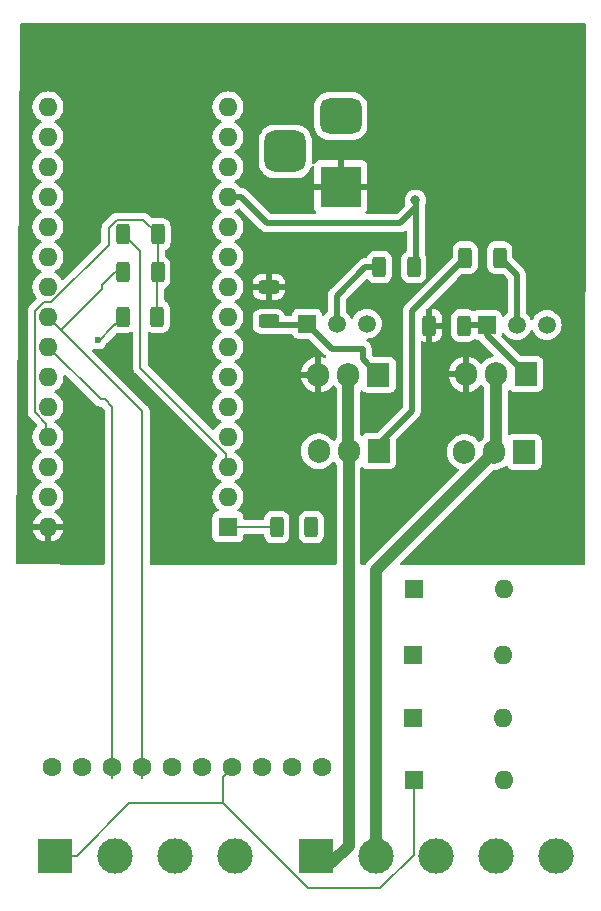
<source format=gbr>
%TF.GenerationSoftware,KiCad,Pcbnew,7.0.5*%
%TF.CreationDate,2023-12-19T17:12:35-05:00*%
%TF.ProjectId,biphasic_revision_b,62697068-6173-4696-935f-726576697369,rev?*%
%TF.SameCoordinates,Original*%
%TF.FileFunction,Copper,L1,Top*%
%TF.FilePolarity,Positive*%
%FSLAX46Y46*%
G04 Gerber Fmt 4.6, Leading zero omitted, Abs format (unit mm)*
G04 Created by KiCad (PCBNEW 7.0.5) date 2023-12-19 17:12:35*
%MOMM*%
%LPD*%
G01*
G04 APERTURE LIST*
G04 Aperture macros list*
%AMRoundRect*
0 Rectangle with rounded corners*
0 $1 Rounding radius*
0 $2 $3 $4 $5 $6 $7 $8 $9 X,Y pos of 4 corners*
0 Add a 4 corners polygon primitive as box body*
4,1,4,$2,$3,$4,$5,$6,$7,$8,$9,$2,$3,0*
0 Add four circle primitives for the rounded corners*
1,1,$1+$1,$2,$3*
1,1,$1+$1,$4,$5*
1,1,$1+$1,$6,$7*
1,1,$1+$1,$8,$9*
0 Add four rect primitives between the rounded corners*
20,1,$1+$1,$2,$3,$4,$5,0*
20,1,$1+$1,$4,$5,$6,$7,0*
20,1,$1+$1,$6,$7,$8,$9,0*
20,1,$1+$1,$8,$9,$2,$3,0*%
G04 Aperture macros list end*
%TA.AperFunction,ComponentPad*%
%ADD10R,1.600000X1.600000*%
%TD*%
%TA.AperFunction,ComponentPad*%
%ADD11O,1.600000X1.600000*%
%TD*%
%TA.AperFunction,ComponentPad*%
%ADD12R,3.500000X3.500000*%
%TD*%
%TA.AperFunction,ComponentPad*%
%ADD13RoundRect,0.750000X-1.000000X0.750000X-1.000000X-0.750000X1.000000X-0.750000X1.000000X0.750000X0*%
%TD*%
%TA.AperFunction,ComponentPad*%
%ADD14RoundRect,0.875000X-0.875000X0.875000X-0.875000X-0.875000X0.875000X-0.875000X0.875000X0.875000X0*%
%TD*%
%TA.AperFunction,ComponentPad*%
%ADD15R,1.500000X1.500000*%
%TD*%
%TA.AperFunction,ComponentPad*%
%ADD16C,1.500000*%
%TD*%
%TA.AperFunction,ComponentPad*%
%ADD17R,1.905000X2.000000*%
%TD*%
%TA.AperFunction,ComponentPad*%
%ADD18O,1.905000X2.000000*%
%TD*%
%TA.AperFunction,SMDPad,CuDef*%
%ADD19RoundRect,0.250000X-0.312500X-0.625000X0.312500X-0.625000X0.312500X0.625000X-0.312500X0.625000X0*%
%TD*%
%TA.AperFunction,SMDPad,CuDef*%
%ADD20RoundRect,0.250000X-0.625000X0.312500X-0.625000X-0.312500X0.625000X-0.312500X0.625000X0.312500X0*%
%TD*%
%TA.AperFunction,SMDPad,CuDef*%
%ADD21RoundRect,0.250000X0.312500X0.625000X-0.312500X0.625000X-0.312500X-0.625000X0.312500X-0.625000X0*%
%TD*%
%TA.AperFunction,ComponentPad*%
%ADD22C,1.600000*%
%TD*%
%TA.AperFunction,ComponentPad*%
%ADD23R,3.000000X3.000000*%
%TD*%
%TA.AperFunction,ComponentPad*%
%ADD24C,3.000000*%
%TD*%
%TA.AperFunction,ViaPad*%
%ADD25C,0.800000*%
%TD*%
%TA.AperFunction,ViaPad*%
%ADD26C,0.600000*%
%TD*%
%TA.AperFunction,Conductor*%
%ADD27C,0.200000*%
%TD*%
%TA.AperFunction,Conductor*%
%ADD28C,1.000000*%
%TD*%
%TA.AperFunction,Conductor*%
%ADD29C,0.500000*%
%TD*%
G04 APERTURE END LIST*
D10*
%TO.P,D1,1,K*%
%TO.N,AIN3*%
X171720000Y-86400000D03*
D11*
%TO.P,D1,2,A*%
%TO.N,GND*%
X179340000Y-86400000D03*
%TD*%
D10*
%TO.P,D2,1,K*%
%TO.N,AIN2*%
X171670000Y-92000000D03*
D11*
%TO.P,D2,2,A*%
%TO.N,GND*%
X179290000Y-92000000D03*
%TD*%
D10*
%TO.P,D3,1,K*%
%TO.N,AIN1*%
X171670000Y-97350000D03*
D11*
%TO.P,D3,2,A*%
%TO.N,GND*%
X179290000Y-97350000D03*
%TD*%
D10*
%TO.P,D4,1,K*%
%TO.N,AIN0*%
X171740000Y-102530000D03*
D11*
%TO.P,D4,2,A*%
%TO.N,GND*%
X179360000Y-102530000D03*
%TD*%
D12*
%TO.P,J1,1*%
%TO.N,VPP*%
X165550000Y-52350000D03*
D13*
%TO.P,J1,2*%
%TO.N,GND*%
X165550000Y-46350000D03*
D14*
%TO.P,J1,3*%
%TO.N,N/C*%
X160850000Y-49350000D03*
%TD*%
D15*
%TO.P,Q1,1,C*%
%TO.N,Net-(Q1-C)*%
X162680000Y-63935000D03*
D16*
%TO.P,Q1,2,B*%
%TO.N,Net-(Q1-B)*%
X165220000Y-63935000D03*
%TO.P,Q1,3,E*%
%TO.N,GND*%
X167760000Y-63935000D03*
%TD*%
D17*
%TO.P,Q2,1,G*%
%TO.N,Net-(Q1-C)*%
X168740000Y-68255000D03*
D18*
%TO.P,Q2,2,D*%
%TO.N,SP*%
X166200000Y-68255000D03*
%TO.P,Q2,3,S*%
%TO.N,VPP*%
X163660000Y-68255000D03*
%TD*%
D17*
%TO.P,Q3,1,G*%
%TO.N,LOGIC2*%
X168750000Y-74735000D03*
D18*
%TO.P,Q3,2,D*%
%TO.N,SP*%
X166210000Y-74735000D03*
%TO.P,Q3,3,S*%
%TO.N,GND*%
X163670000Y-74735000D03*
%TD*%
D15*
%TO.P,Q4,1,C*%
%TO.N,Net-(Q4-C)*%
X177910000Y-64045000D03*
D16*
%TO.P,Q4,2,B*%
%TO.N,Net-(Q4-B)*%
X180450000Y-64045000D03*
%TO.P,Q4,3,E*%
%TO.N,GND*%
X182990000Y-64045000D03*
%TD*%
D17*
%TO.P,Q5,1,G*%
%TO.N,Net-(Q4-C)*%
X181230000Y-68215000D03*
D18*
%TO.P,Q5,2,D*%
%TO.N,SN*%
X178690000Y-68215000D03*
%TO.P,Q5,3,S*%
%TO.N,VPP*%
X176150000Y-68215000D03*
%TD*%
D17*
%TO.P,Q6,1,G*%
%TO.N,LOGIC1*%
X181090000Y-74795000D03*
D18*
%TO.P,Q6,2,D*%
%TO.N,SN*%
X178550000Y-74795000D03*
%TO.P,Q6,3,S*%
%TO.N,GND*%
X176010000Y-74795000D03*
%TD*%
D19*
%TO.P,R1,1*%
%TO.N,Net-(Q1-B)*%
X168812500Y-59135000D03*
%TO.P,R1,2*%
%TO.N,LOGIC1*%
X171737500Y-59135000D03*
%TD*%
D20*
%TO.P,R2,1*%
%TO.N,VPP*%
X159470000Y-60822500D03*
%TO.P,R2,2*%
%TO.N,Net-(Q1-C)*%
X159470000Y-63747500D03*
%TD*%
D21*
%TO.P,R3,1*%
%TO.N,Net-(Q4-B)*%
X179012500Y-58350000D03*
%TO.P,R3,2*%
%TO.N,LOGIC2*%
X176087500Y-58350000D03*
%TD*%
D19*
%TO.P,R4,1*%
%TO.N,VPP*%
X173047500Y-64095000D03*
%TO.P,R4,2*%
%TO.N,Net-(Q4-C)*%
X175972500Y-64095000D03*
%TD*%
D21*
%TO.P,R5,1*%
%TO.N,VDD*%
X150072500Y-56370000D03*
%TO.P,R5,2*%
%TO.N,Net-(A1-~{RESET}-Pad3)*%
X147147500Y-56370000D03*
%TD*%
%TO.P,R6,1*%
%TO.N,VDD*%
X150012500Y-63350000D03*
%TO.P,R6,2*%
%TO.N,Net-(A1-SCL{slash}A5)*%
X147087500Y-63350000D03*
%TD*%
%TO.P,R7,1*%
%TO.N,VDD*%
X150047500Y-59590000D03*
%TO.P,R7,2*%
%TO.N,Net-(A1-SDA{slash}A4)*%
X147122500Y-59590000D03*
%TD*%
D22*
%TO.P,U3,1,VDD*%
%TO.N,VDD*%
X141145000Y-101509000D03*
%TO.P,U3,2,GND*%
%TO.N,GND*%
X143685000Y-101509000D03*
%TO.P,U3,3,SCL*%
%TO.N,Net-(A1-SCL{slash}A5)*%
X146225000Y-101509000D03*
%TO.P,U3,4,SDA*%
%TO.N,Net-(A1-SDA{slash}A4)*%
X148765000Y-101509000D03*
%TO.P,U3,5,ADDR*%
%TO.N,GND*%
X151305000Y-101509000D03*
%TO.P,U3,6,ALERT/RDY*%
%TO.N,unconnected-(U3-ALERT{slash}RDY-Pad6)*%
X153845000Y-101509000D03*
%TO.P,U3,7,AIN0*%
%TO.N,AIN0*%
X156385000Y-101509000D03*
%TO.P,U3,8,AIN1*%
%TO.N,AIN1*%
X158925000Y-101509000D03*
%TO.P,U3,9,AIN2*%
%TO.N,AIN2*%
X161465000Y-101509000D03*
%TO.P,U3,10,AIN3*%
%TO.N,AIN3*%
X164005000Y-101509000D03*
%TD*%
D21*
%TO.P,R8,1*%
%TO.N,Net-(Biphasic_Out1-Pin_4)*%
X163062500Y-81155000D03*
%TO.P,R8,2*%
%TO.N,TX*%
X160137500Y-81155000D03*
%TD*%
D23*
%TO.P,J3,1,Pin_1*%
%TO.N,SP*%
X163470000Y-109000000D03*
D24*
%TO.P,J3,2,Pin_2*%
%TO.N,SN*%
X168550000Y-109000000D03*
%TO.P,J3,3,Pin_3*%
%TO.N,RX*%
X173630000Y-109000000D03*
%TO.P,J3,4,Pin_4*%
%TO.N,Net-(J3-Pin_4)*%
X178710000Y-109000000D03*
%TO.P,J3,5,Pin_5*%
%TO.N,GND*%
X183790000Y-109000000D03*
%TD*%
D10*
%TO.P,A1,1,TX1*%
%TO.N,TX*%
X156000000Y-81135000D03*
D11*
%TO.P,A1,2,RX1*%
%TO.N,RX*%
X156000000Y-78595000D03*
%TO.P,A1,3,~{RESET}*%
%TO.N,Net-(A1-~{RESET}-Pad3)*%
X156000000Y-76055000D03*
%TO.P,A1,4,GND*%
%TO.N,GND*%
X156000000Y-73515000D03*
%TO.P,A1,5,D2*%
%TO.N,unconnected-(A1-D2-Pad5)*%
X156000000Y-70975000D03*
%TO.P,A1,6,D3*%
%TO.N,unconnected-(A1-D3-Pad6)*%
X156000000Y-68435000D03*
%TO.P,A1,7,D4*%
%TO.N,unconnected-(A1-D4-Pad7)*%
X156000000Y-65895000D03*
%TO.P,A1,8,D5*%
%TO.N,unconnected-(A1-D5-Pad8)*%
X156000000Y-63355000D03*
%TO.P,A1,9,D6*%
%TO.N,unconnected-(A1-D6-Pad9)*%
X156000000Y-60815000D03*
%TO.P,A1,10,D7*%
%TO.N,unconnected-(A1-D7-Pad10)*%
X156000000Y-58275000D03*
%TO.P,A1,11,D8*%
%TO.N,LOGIC2*%
X156000000Y-55735000D03*
%TO.P,A1,12,D9*%
%TO.N,LOGIC1*%
X156000000Y-53195000D03*
%TO.P,A1,13,D10*%
%TO.N,unconnected-(A1-D10-Pad13)*%
X156000000Y-50655000D03*
%TO.P,A1,14,MOSI*%
%TO.N,unconnected-(A1-MOSI-Pad14)*%
X156000000Y-48115000D03*
%TO.P,A1,15,MISO*%
%TO.N,unconnected-(A1-MISO-Pad15)*%
X156000000Y-45575000D03*
%TO.P,A1,16,SCK*%
%TO.N,unconnected-(A1-SCK-Pad16)*%
X140760000Y-45575000D03*
%TO.P,A1,17,3V3*%
%TO.N,unconnected-(A1-3V3-Pad17)*%
X140760000Y-48115000D03*
%TO.P,A1,18,AREF*%
%TO.N,unconnected-(A1-AREF-Pad18)*%
X140760000Y-50655000D03*
%TO.P,A1,19,A0*%
%TO.N,unconnected-(A1-A0-Pad19)*%
X140760000Y-53195000D03*
%TO.P,A1,20,A1*%
%TO.N,unconnected-(A1-A1-Pad20)*%
X140760000Y-55735000D03*
%TO.P,A1,21,A2*%
%TO.N,unconnected-(A1-A2-Pad21)*%
X140760000Y-58275000D03*
%TO.P,A1,22,A3*%
%TO.N,unconnected-(A1-A3-Pad22)*%
X140760000Y-60815000D03*
%TO.P,A1,23,SDA/A4*%
%TO.N,Net-(A1-SDA{slash}A4)*%
X140760000Y-63355000D03*
%TO.P,A1,24,SCL/A5*%
%TO.N,Net-(A1-SCL{slash}A5)*%
X140760000Y-65895000D03*
%TO.P,A1,25,A6*%
%TO.N,unconnected-(A1-A6-Pad25)*%
X140760000Y-68435000D03*
%TO.P,A1,26,A7*%
%TO.N,unconnected-(A1-A7-Pad26)*%
X140760000Y-70975000D03*
%TO.P,A1,27,+5V*%
%TO.N,VDD*%
X140760000Y-73515000D03*
%TO.P,A1,28,~{RESET}*%
%TO.N,unconnected-(A1-~{RESET}-Pad28)*%
X140760000Y-76055000D03*
%TO.P,A1,29,GND*%
%TO.N,GND*%
X140760000Y-78595000D03*
%TO.P,A1,30,VIN*%
%TO.N,VPP*%
X140760000Y-81135000D03*
%TD*%
D23*
%TO.P,Analog_In1,1,Pin_1*%
%TO.N,AIN0*%
X141390000Y-109000000D03*
D24*
%TO.P,Analog_In1,2,Pin_2*%
%TO.N,AIN1*%
X146470000Y-109000000D03*
%TO.P,Analog_In1,3,Pin_3*%
%TO.N,AIN2*%
X151550000Y-109000000D03*
%TO.P,Analog_In1,4,Pin_4*%
%TO.N,AIN3*%
X156630000Y-109000000D03*
%TD*%
D25*
%TO.N,LOGIC1*%
X171870000Y-53505000D03*
D26*
%TO.N,Net-(A1-SCL{slash}A5)*%
X144963000Y-65306800D03*
%TD*%
D27*
%TO.N,VDD*%
X150048000Y-59590000D02*
X150048000Y-58374000D01*
X150012000Y-61953100D02*
X150012000Y-59625000D01*
X140760000Y-73515000D02*
X140622000Y-73377000D01*
X145901000Y-55833100D02*
X145901000Y-57242900D01*
X139654000Y-62851500D02*
X139654000Y-71445200D01*
X141059000Y-62085000D02*
X140421000Y-62085000D01*
X146593000Y-55140500D02*
X145901000Y-55833100D01*
X145901000Y-57242900D02*
X141059000Y-62085000D01*
X150072000Y-56370000D02*
X148843000Y-55140500D01*
X150047000Y-59590000D02*
X150012000Y-59625000D01*
X150012000Y-61953100D02*
X150012500Y-61953600D01*
X140622000Y-72413100D02*
X140622000Y-73377000D01*
X150012000Y-63350000D02*
X150012000Y-61953100D01*
X148843000Y-55140500D02*
X146593000Y-55140500D01*
X150072000Y-56373800D02*
X150072000Y-56370000D01*
X150048000Y-58374000D02*
X150072000Y-58349000D01*
X139654000Y-71445200D02*
X140622000Y-72413100D01*
X150048000Y-59590000D02*
X150047500Y-59590000D01*
X150012500Y-61953600D02*
X150012500Y-63350000D01*
X150072000Y-56370000D02*
X150072500Y-56370000D01*
X140421000Y-62085000D02*
X139654000Y-62851500D01*
X150047500Y-59590000D02*
X150047000Y-59590000D01*
X150072000Y-58349000D02*
X150072000Y-56373800D01*
%TO.N,AIN0*%
X156385000Y-101509000D02*
X155565100Y-102328900D01*
X147651600Y-104540300D02*
X155565100Y-104540300D01*
X141390000Y-109000000D02*
X143191900Y-109000000D01*
X171740000Y-108896100D02*
X171740000Y-102530000D01*
X143191900Y-109000000D02*
X147651600Y-104540300D01*
X168910300Y-111725800D02*
X171740000Y-108896100D01*
X162750600Y-111725800D02*
X168910300Y-111725800D01*
X155565100Y-102328900D02*
X155565100Y-104540300D01*
X155565100Y-104540300D02*
X162750600Y-111725800D01*
%TO.N,TX*%
X156000000Y-81135000D02*
X160117500Y-81135000D01*
X160117500Y-81135000D02*
X160118000Y-81135000D01*
X160117500Y-81135000D02*
X160137500Y-81155000D01*
D28*
%TO.N,SP*%
X166210000Y-108175000D02*
X164840000Y-109545000D01*
D27*
X166210000Y-73392500D02*
X166210000Y-74735000D01*
X164015000Y-109545000D02*
X163470000Y-109000000D01*
D28*
X166200000Y-68255000D02*
X166200000Y-73382500D01*
X166200000Y-73382500D02*
X166200000Y-74725000D01*
D27*
X166200000Y-73382500D02*
X166210000Y-73392500D01*
X164840000Y-109545000D02*
X164015000Y-109545000D01*
D28*
X166210000Y-74735000D02*
X166210000Y-108175000D01*
D27*
%TO.N,SN*%
X178690000Y-71435000D02*
X178550000Y-71575000D01*
X178550000Y-71575000D02*
X178550000Y-74795000D01*
D28*
X178550000Y-74795000D02*
X168550000Y-84795000D01*
X168550000Y-84795000D02*
X168550000Y-109000000D01*
X178690000Y-71435000D02*
X178690000Y-74655000D01*
X178690000Y-68215000D02*
X178690000Y-71435000D01*
D29*
%TO.N,LOGIC2*%
X171550000Y-62887800D02*
X174736000Y-59701800D01*
D27*
X176087500Y-58350000D02*
X176087700Y-58350200D01*
X175412000Y-59025900D02*
X176087700Y-58350200D01*
D29*
X176088000Y-58350300D02*
X174736000Y-59701800D01*
D27*
X168750000Y-74735000D02*
X168750000Y-74150000D01*
X174736000Y-59701800D02*
X175412000Y-59025900D01*
D29*
X168750000Y-74150000D02*
X171550000Y-71350000D01*
D27*
X175412000Y-59025900D02*
X176088000Y-58350400D01*
D29*
X171550000Y-71350000D02*
X171550000Y-62887800D01*
D27*
X176087700Y-58350200D02*
X176088000Y-58350000D01*
%TO.N,LOGIC1*%
X171737500Y-58527500D02*
X171737500Y-59135000D01*
D29*
X171930000Y-54074300D02*
X171930000Y-58305000D01*
X156000000Y-53195000D02*
X157102000Y-53195000D01*
X171930000Y-53565000D02*
X171930000Y-54074300D01*
X171722500Y-58512500D02*
X171515000Y-58720000D01*
X171930000Y-58305000D02*
X171722500Y-58512500D01*
X159325000Y-55418100D02*
X170586000Y-55418100D01*
X157102000Y-53195000D02*
X159325000Y-55418100D01*
D27*
X171722500Y-58512500D02*
X171737500Y-58527500D01*
D29*
X171870000Y-53505000D02*
X171930000Y-53565000D01*
X170586000Y-55418100D02*
X171930000Y-54074300D01*
D27*
%TO.N,Net-(Q1-C)*%
X160000000Y-64045000D02*
X159767500Y-64045000D01*
X162570000Y-64045000D02*
X162680000Y-63935000D01*
D29*
X160000000Y-64045000D02*
X162570000Y-64045000D01*
D27*
X159767500Y-64045000D02*
X159470000Y-63747500D01*
D29*
X167410000Y-66085000D02*
X167410000Y-66925000D01*
X162680000Y-63935000D02*
X164830000Y-66085000D01*
X167410000Y-66925000D02*
X168740000Y-68255000D01*
X164830000Y-66085000D02*
X167410000Y-66085000D01*
%TO.N,Net-(Q1-B)*%
X165220000Y-61555000D02*
X167640000Y-59135000D01*
X165220000Y-63935000D02*
X165220000Y-61555000D01*
X167640000Y-59135000D02*
X168812000Y-59135000D01*
D27*
X168812000Y-59135000D02*
X168812500Y-59135000D01*
D29*
%TO.N,Net-(Q4-C)*%
X177910000Y-64895000D02*
X181230000Y-68215000D01*
X176022500Y-64045000D02*
X176022000Y-64045000D01*
X177910000Y-64045000D02*
X176022500Y-64045000D01*
D27*
X176022500Y-64045000D02*
X175972500Y-64095000D01*
D29*
X177910000Y-64045000D02*
X177910000Y-64895000D01*
D27*
%TO.N,Net-(Q4-B)*%
X179012100Y-58350400D02*
X179012100Y-58350500D01*
X179012500Y-58350000D02*
X179012100Y-58350400D01*
D29*
X180450000Y-59787500D02*
X179012100Y-58350500D01*
D27*
X179012100Y-58350500D02*
X179012000Y-58350400D01*
D29*
X180450000Y-64045000D02*
X180450000Y-59787500D01*
D27*
%TO.N,Net-(A1-~{RESET}-Pad3)*%
X148585000Y-57807500D02*
X148226000Y-57448100D01*
X148226000Y-57448100D02*
X147687000Y-56909100D01*
X147687000Y-56909100D02*
X147148000Y-56370100D01*
X155862000Y-75917000D02*
X155862000Y-74953100D01*
X147686600Y-56909100D02*
X147147500Y-56370000D01*
X148585000Y-67675800D02*
X148585000Y-57807500D01*
X147687000Y-56909100D02*
X147686600Y-56909100D01*
X156000000Y-76055000D02*
X155862000Y-75917000D01*
X155862000Y-74953100D02*
X148585000Y-67675800D01*
%TO.N,Net-(A1-SDA{slash}A4)*%
X146410000Y-59590000D02*
X147122500Y-59590000D01*
X141855000Y-64450000D02*
X140760000Y-63355000D01*
X148765000Y-101509000D02*
X148765000Y-71360000D01*
X145323100Y-60676900D02*
X146410000Y-59590000D01*
X145323100Y-60981900D02*
X145323100Y-60676900D01*
X141855000Y-64450000D02*
X145323100Y-60981900D01*
X148765000Y-71360000D02*
X141855000Y-64450000D01*
X148765000Y-102384000D02*
X148765000Y-101509000D01*
%TO.N,Net-(A1-SCL{slash}A5)*%
X146599000Y-63839200D02*
X147088000Y-63350700D01*
X145550000Y-70350000D02*
X145215000Y-70350000D01*
X146110000Y-64328400D02*
X147087500Y-63350900D01*
X146225000Y-102384000D02*
X146225000Y-101509000D01*
X145131000Y-65306800D02*
X146110000Y-64328400D01*
X147087500Y-63350900D02*
X147088000Y-63350400D01*
X146599000Y-63839200D02*
X146110000Y-64328400D01*
X146225000Y-101509000D02*
X146225000Y-71025000D01*
X147087500Y-63350900D02*
X147087500Y-63350000D01*
X144963000Y-65306800D02*
X145131000Y-65306800D01*
X146225000Y-71025000D02*
X145550000Y-70350000D01*
X146844000Y-63594600D02*
X146599000Y-63839200D01*
X145215000Y-70350000D02*
X140760000Y-65895000D01*
%TD*%
%TA.AperFunction,Conductor*%
%TO.N,VPP*%
G36*
X186271877Y-38485009D02*
G01*
X186318377Y-38538659D01*
X186329770Y-38591245D01*
X186246745Y-84242191D01*
X186226619Y-84310275D01*
X186172879Y-84356671D01*
X186120624Y-84367962D01*
X170722078Y-84353223D01*
X170653977Y-84333156D01*
X170607535Y-84279456D01*
X170597499Y-84209172D01*
X170627054Y-84144619D01*
X170633076Y-84138157D01*
X178430828Y-76340405D01*
X178493141Y-76306379D01*
X178519924Y-76303500D01*
X178671058Y-76303500D01*
X178671062Y-76303500D01*
X178909883Y-76263648D01*
X179138888Y-76185030D01*
X179351830Y-76069792D01*
X179484094Y-75966846D01*
X179550135Y-75940790D01*
X179619780Y-75954575D01*
X179670917Y-76003825D01*
X179679538Y-76022241D01*
X179686610Y-76041202D01*
X179686612Y-76041206D01*
X179686612Y-76041207D01*
X179774238Y-76158261D01*
X179891292Y-76245887D01*
X179891294Y-76245888D01*
X179891296Y-76245889D01*
X179938904Y-76263646D01*
X180028295Y-76296988D01*
X180028303Y-76296990D01*
X180088850Y-76303499D01*
X180088855Y-76303499D01*
X180088862Y-76303500D01*
X180088868Y-76303500D01*
X182091132Y-76303500D01*
X182091138Y-76303500D01*
X182091145Y-76303499D01*
X182091149Y-76303499D01*
X182151696Y-76296990D01*
X182151699Y-76296989D01*
X182151701Y-76296989D01*
X182288704Y-76245889D01*
X182291896Y-76243500D01*
X182405761Y-76158261D01*
X182493387Y-76041207D01*
X182493387Y-76041206D01*
X182493389Y-76041204D01*
X182544489Y-75904201D01*
X182545662Y-75893295D01*
X182550999Y-75843649D01*
X182551000Y-75843632D01*
X182551000Y-73746367D01*
X182550999Y-73746350D01*
X182544490Y-73685803D01*
X182544488Y-73685795D01*
X182507850Y-73587567D01*
X182493389Y-73548796D01*
X182493388Y-73548794D01*
X182493387Y-73548792D01*
X182405761Y-73431738D01*
X182288707Y-73344112D01*
X182288702Y-73344110D01*
X182151704Y-73293011D01*
X182151696Y-73293009D01*
X182091149Y-73286500D01*
X182091138Y-73286500D01*
X180088862Y-73286500D01*
X180088850Y-73286500D01*
X180028303Y-73293009D01*
X180028295Y-73293011D01*
X179891297Y-73344110D01*
X179884878Y-73347615D01*
X179815502Y-73362701D01*
X179748984Y-73337886D01*
X179706441Y-73281047D01*
X179698500Y-73237023D01*
X179698500Y-69666713D01*
X179718502Y-69598592D01*
X179772158Y-69552099D01*
X179842432Y-69541995D01*
X179907012Y-69571489D01*
X179913595Y-69577618D01*
X179914236Y-69578259D01*
X180031292Y-69665887D01*
X180031294Y-69665888D01*
X180031296Y-69665889D01*
X180077598Y-69683159D01*
X180168295Y-69716988D01*
X180168303Y-69716990D01*
X180228850Y-69723499D01*
X180228855Y-69723499D01*
X180228862Y-69723500D01*
X180228868Y-69723500D01*
X182231132Y-69723500D01*
X182231138Y-69723500D01*
X182231145Y-69723499D01*
X182231149Y-69723499D01*
X182291696Y-69716990D01*
X182291699Y-69716989D01*
X182291701Y-69716989D01*
X182428704Y-69665889D01*
X182457182Y-69644571D01*
X182545761Y-69578261D01*
X182633387Y-69461207D01*
X182633387Y-69461206D01*
X182633389Y-69461204D01*
X182684489Y-69324201D01*
X182686701Y-69303632D01*
X182690999Y-69263649D01*
X182691000Y-69263632D01*
X182691000Y-67166367D01*
X182690999Y-67166350D01*
X182684490Y-67105803D01*
X182684488Y-67105795D01*
X182637802Y-66980628D01*
X182633389Y-66968796D01*
X182633388Y-66968794D01*
X182633387Y-66968792D01*
X182545761Y-66851738D01*
X182428707Y-66764112D01*
X182428702Y-66764110D01*
X182291704Y-66713011D01*
X182291696Y-66713009D01*
X182231149Y-66706500D01*
X182231138Y-66706500D01*
X180846371Y-66706500D01*
X180778250Y-66686498D01*
X180757276Y-66669595D01*
X179173036Y-65085355D01*
X179139010Y-65023043D01*
X179144075Y-64952228D01*
X179144076Y-64952226D01*
X179161989Y-64904201D01*
X179161990Y-64904196D01*
X179168499Y-64843649D01*
X179168500Y-64843632D01*
X179168500Y-64808576D01*
X179188502Y-64740455D01*
X179242158Y-64693962D01*
X179312432Y-64683858D01*
X179377012Y-64713352D01*
X179397713Y-64736306D01*
X179482247Y-64857033D01*
X179482254Y-64857042D01*
X179637957Y-65012745D01*
X179637961Y-65012748D01*
X179637962Y-65012749D01*
X179818346Y-65139056D01*
X180017924Y-65232120D01*
X180230629Y-65289115D01*
X180450000Y-65308307D01*
X180669371Y-65289115D01*
X180882076Y-65232120D01*
X181081654Y-65139056D01*
X181262038Y-65012749D01*
X181417749Y-64857038D01*
X181544056Y-64676654D01*
X181546839Y-64670687D01*
X181605805Y-64544232D01*
X181652722Y-64490946D01*
X181720999Y-64471485D01*
X181788959Y-64492026D01*
X181834195Y-64544232D01*
X181893161Y-64670687D01*
X181895944Y-64676654D01*
X181995266Y-64818499D01*
X182022251Y-64857038D01*
X182022254Y-64857042D01*
X182177957Y-65012745D01*
X182177961Y-65012748D01*
X182177962Y-65012749D01*
X182358346Y-65139056D01*
X182557924Y-65232120D01*
X182770629Y-65289115D01*
X182990000Y-65308307D01*
X183209371Y-65289115D01*
X183422076Y-65232120D01*
X183621654Y-65139056D01*
X183802038Y-65012749D01*
X183957749Y-64857038D01*
X184084056Y-64676654D01*
X184177120Y-64477076D01*
X184234115Y-64264371D01*
X184253307Y-64045000D01*
X184234115Y-63825629D01*
X184177120Y-63612924D01*
X184084056Y-63413347D01*
X183957749Y-63232962D01*
X183802038Y-63077251D01*
X183802035Y-63077249D01*
X183723012Y-63021916D01*
X183621654Y-62950944D01*
X183621650Y-62950942D01*
X183422079Y-62857881D01*
X183422073Y-62857879D01*
X183258062Y-62813932D01*
X183209371Y-62800885D01*
X182990000Y-62781693D01*
X182770629Y-62800885D01*
X182557926Y-62857879D01*
X182557920Y-62857881D01*
X182358346Y-62950944D01*
X182177965Y-63077248D01*
X182177959Y-63077253D01*
X182022253Y-63232959D01*
X182022248Y-63232965D01*
X181895942Y-63413348D01*
X181834193Y-63545769D01*
X181787276Y-63599053D01*
X181718999Y-63618514D01*
X181651039Y-63597972D01*
X181605804Y-63545767D01*
X181544057Y-63413348D01*
X181417751Y-63232965D01*
X181417749Y-63232962D01*
X181262038Y-63077251D01*
X181262037Y-63077250D01*
X181262036Y-63077249D01*
X181257822Y-63073713D01*
X181258574Y-63072815D01*
X181217896Y-63021916D01*
X181208500Y-62974171D01*
X181208500Y-59851798D01*
X181209825Y-59833573D01*
X181212052Y-59818342D01*
X181213348Y-59809472D01*
X181208742Y-59757013D01*
X181208500Y-59751499D01*
X181208500Y-59743326D01*
X181208500Y-59743320D01*
X181204737Y-59711137D01*
X181204562Y-59709426D01*
X181197838Y-59632839D01*
X181197836Y-59632834D01*
X181196351Y-59625651D01*
X181196433Y-59625633D01*
X181194853Y-59618508D01*
X181194772Y-59618528D01*
X181193080Y-59611390D01*
X181166794Y-59539170D01*
X181166198Y-59537457D01*
X181156853Y-59509284D01*
X181142013Y-59464545D01*
X181142010Y-59464541D01*
X181142010Y-59464539D01*
X181138912Y-59457900D01*
X181138986Y-59457865D01*
X181135801Y-59451289D01*
X181135728Y-59451326D01*
X181132437Y-59444775D01*
X181132435Y-59444768D01*
X181090195Y-59380544D01*
X181089221Y-59379016D01*
X181048881Y-59313661D01*
X181048876Y-59313656D01*
X181044328Y-59307907D01*
X181044393Y-59307855D01*
X181039783Y-59302197D01*
X181039720Y-59302250D01*
X181034999Y-59296624D01*
X180979080Y-59243867D01*
X180977799Y-59242624D01*
X180341914Y-58607136D01*
X180120431Y-58385791D01*
X180086387Y-58323490D01*
X180083499Y-58296668D01*
X180083499Y-57674455D01*
X180072887Y-57570574D01*
X180049760Y-57500781D01*
X180017115Y-57402262D01*
X179924030Y-57251348D01*
X179924029Y-57251347D01*
X179924024Y-57251341D01*
X179798658Y-57125975D01*
X179798652Y-57125970D01*
X179711605Y-57072279D01*
X179647738Y-57032885D01*
X179560573Y-57004002D01*
X179479427Y-56977113D01*
X179479420Y-56977112D01*
X179375553Y-56966500D01*
X178649455Y-56966500D01*
X178545574Y-56977112D01*
X178377261Y-57032885D01*
X178226347Y-57125970D01*
X178226341Y-57125975D01*
X178100975Y-57251341D01*
X178100970Y-57251347D01*
X178007885Y-57402262D01*
X177952113Y-57570572D01*
X177952112Y-57570579D01*
X177941500Y-57674446D01*
X177941500Y-59025544D01*
X177952112Y-59129425D01*
X178007885Y-59297738D01*
X178100970Y-59448652D01*
X178100975Y-59448658D01*
X178226341Y-59574024D01*
X178226347Y-59574029D01*
X178226348Y-59574030D01*
X178377262Y-59667115D01*
X178545574Y-59722887D01*
X178649455Y-59733500D01*
X179270780Y-59733499D01*
X179338901Y-59753501D01*
X179359847Y-59770375D01*
X179500588Y-59911027D01*
X179560301Y-59970703D01*
X179654567Y-60064909D01*
X179688612Y-60127211D01*
X179691500Y-60154033D01*
X179691500Y-62974171D01*
X179671498Y-63042292D01*
X179641769Y-63073225D01*
X179642178Y-63073713D01*
X179637963Y-63077249D01*
X179482248Y-63232965D01*
X179397713Y-63353694D01*
X179342256Y-63398022D01*
X179271636Y-63405331D01*
X179208276Y-63373300D01*
X179172291Y-63312099D01*
X179168500Y-63281423D01*
X179168500Y-63246367D01*
X179168499Y-63246350D01*
X179161990Y-63185803D01*
X179161988Y-63185795D01*
X179121502Y-63077250D01*
X179110889Y-63048796D01*
X179110888Y-63048794D01*
X179110887Y-63048792D01*
X179023261Y-62931738D01*
X178906207Y-62844112D01*
X178906202Y-62844110D01*
X178769204Y-62793011D01*
X178769196Y-62793009D01*
X178708649Y-62786500D01*
X178708638Y-62786500D01*
X177111362Y-62786500D01*
X177111350Y-62786500D01*
X177050803Y-62793009D01*
X177050795Y-62793011D01*
X176913796Y-62844110D01*
X176913794Y-62844111D01*
X176892694Y-62859906D01*
X176826172Y-62884714D01*
X176756799Y-62869620D01*
X176751042Y-62866276D01*
X176678836Y-62821739D01*
X176607738Y-62777885D01*
X176502113Y-62742885D01*
X176439427Y-62722113D01*
X176439420Y-62722112D01*
X176335553Y-62711500D01*
X175609455Y-62711500D01*
X175505574Y-62722112D01*
X175337261Y-62777885D01*
X175186347Y-62870970D01*
X175186341Y-62870975D01*
X175060975Y-62996341D01*
X175060970Y-62996347D01*
X174967885Y-63147262D01*
X174912113Y-63315572D01*
X174912112Y-63315579D01*
X174901500Y-63419446D01*
X174901500Y-64770544D01*
X174912112Y-64874425D01*
X174967885Y-65042738D01*
X175060970Y-65193652D01*
X175060975Y-65193658D01*
X175186341Y-65319024D01*
X175186347Y-65319029D01*
X175186348Y-65319030D01*
X175337262Y-65412115D01*
X175505574Y-65467887D01*
X175609455Y-65478500D01*
X176335544Y-65478499D01*
X176439426Y-65467887D01*
X176607738Y-65412115D01*
X176758652Y-65319030D01*
X176796811Y-65280870D01*
X176859120Y-65246845D01*
X176929932Y-65251907D01*
X176929939Y-65251910D01*
X177050795Y-65296988D01*
X177050803Y-65296990D01*
X177111350Y-65303499D01*
X177111355Y-65303499D01*
X177111362Y-65303500D01*
X177200461Y-65303500D01*
X177268582Y-65323502D01*
X177307699Y-65363349D01*
X177310966Y-65368646D01*
X177315523Y-65374409D01*
X177315469Y-65374451D01*
X177320228Y-65380292D01*
X177320279Y-65380250D01*
X177324997Y-65385872D01*
X177324998Y-65385873D01*
X177324999Y-65385874D01*
X177368563Y-65426975D01*
X177380822Y-65438540D01*
X177382136Y-65439817D01*
X178464308Y-66521989D01*
X178498334Y-66584301D01*
X178493269Y-66655116D01*
X178450722Y-66711952D01*
X178395953Y-66735365D01*
X178330129Y-66746349D01*
X178330112Y-66746353D01*
X178101115Y-66824968D01*
X178101112Y-66824970D01*
X177888170Y-66940207D01*
X177888169Y-66940208D01*
X177697096Y-67088926D01*
X177533115Y-67267057D01*
X177525179Y-67279204D01*
X177471173Y-67325289D01*
X177400824Y-67334860D01*
X177336469Y-67304879D01*
X177314215Y-67279194D01*
X177306490Y-67267370D01*
X177142562Y-67089295D01*
X176951555Y-66940628D01*
X176951554Y-66940627D01*
X176738686Y-66825430D01*
X176738684Y-66825428D01*
X176509760Y-66746839D01*
X176509749Y-66746836D01*
X176404000Y-66729189D01*
X176404000Y-67725748D01*
X176371181Y-67705791D01*
X176225596Y-67665000D01*
X176112378Y-67665000D01*
X176000217Y-67680416D01*
X175896000Y-67725683D01*
X175896000Y-66729189D01*
X175895999Y-66729189D01*
X175790250Y-66746836D01*
X175790239Y-66746839D01*
X175561315Y-66825428D01*
X175561313Y-66825430D01*
X175348445Y-66940627D01*
X175348444Y-66940628D01*
X175157437Y-67089295D01*
X174993508Y-67267371D01*
X174861126Y-67469997D01*
X174763901Y-67691647D01*
X174763898Y-67691654D01*
X174704484Y-67926278D01*
X174701606Y-67961000D01*
X175656569Y-67961000D01*
X175606441Y-68102047D01*
X175596123Y-68252886D01*
X175626884Y-68400915D01*
X175662163Y-68469000D01*
X174701607Y-68469000D01*
X174704484Y-68503721D01*
X174763898Y-68738345D01*
X174763901Y-68738352D01*
X174861126Y-68960002D01*
X174993508Y-69162628D01*
X175157437Y-69340704D01*
X175348444Y-69489371D01*
X175348445Y-69489372D01*
X175561313Y-69604569D01*
X175561315Y-69604571D01*
X175790235Y-69683159D01*
X175790244Y-69683161D01*
X175896000Y-69700808D01*
X175896000Y-68704251D01*
X175928819Y-68724209D01*
X176074404Y-68765000D01*
X176187622Y-68765000D01*
X176299783Y-68749584D01*
X176404000Y-68704316D01*
X176404000Y-69700808D01*
X176509755Y-69683161D01*
X176509764Y-69683159D01*
X176738684Y-69604571D01*
X176738686Y-69604569D01*
X176951554Y-69489372D01*
X176951555Y-69489371D01*
X177142562Y-69340704D01*
X177306490Y-69162630D01*
X177314213Y-69150808D01*
X177368214Y-69104716D01*
X177438561Y-69095137D01*
X177502920Y-69125110D01*
X177525181Y-69150798D01*
X177533114Y-69162940D01*
X177569937Y-69202940D01*
X177648201Y-69287957D01*
X177679622Y-69351622D01*
X177681500Y-69373295D01*
X177681500Y-73510501D01*
X177661498Y-73578622D01*
X177632891Y-73609933D01*
X177557098Y-73668924D01*
X177557094Y-73668928D01*
X177393114Y-73847058D01*
X177385482Y-73858741D01*
X177331478Y-73904828D01*
X177261130Y-73914403D01*
X177196773Y-73884425D01*
X177174518Y-73858741D01*
X177166885Y-73847058D01*
X177002906Y-73668929D01*
X176961539Y-73636732D01*
X176811830Y-73520208D01*
X176811829Y-73520207D01*
X176700957Y-73460207D01*
X176598888Y-73404970D01*
X176598885Y-73404969D01*
X176598884Y-73404968D01*
X176369887Y-73326353D01*
X176369880Y-73326351D01*
X176267670Y-73309295D01*
X176131062Y-73286500D01*
X175888938Y-73286500D01*
X175769421Y-73306443D01*
X175650119Y-73326351D01*
X175650112Y-73326353D01*
X175421115Y-73404968D01*
X175421112Y-73404970D01*
X175208170Y-73520207D01*
X175208169Y-73520208D01*
X175017093Y-73668929D01*
X174853113Y-73847059D01*
X174720684Y-74049758D01*
X174623426Y-74271484D01*
X174623423Y-74271491D01*
X174563989Y-74506190D01*
X174563987Y-74506199D01*
X174549000Y-74687069D01*
X174549000Y-74902930D01*
X174563987Y-75083800D01*
X174563989Y-75083809D01*
X174623423Y-75318508D01*
X174623426Y-75318515D01*
X174720684Y-75540241D01*
X174853113Y-75742940D01*
X175017093Y-75921070D01*
X175017098Y-75921074D01*
X175017100Y-75921076D01*
X175208170Y-76069792D01*
X175421112Y-76185030D01*
X175421115Y-76185031D01*
X175421117Y-76185032D01*
X175426014Y-76186713D01*
X175462927Y-76199385D01*
X175520862Y-76240421D01*
X175547415Y-76306265D01*
X175534154Y-76376013D01*
X175511111Y-76407653D01*
X167874115Y-84044650D01*
X167869532Y-84048803D01*
X167833433Y-84078430D01*
X167707405Y-84231995D01*
X167679820Y-84283602D01*
X167630067Y-84334249D01*
X167568579Y-84350204D01*
X167344380Y-84349990D01*
X167276278Y-84329923D01*
X167229836Y-84276223D01*
X167218500Y-84223990D01*
X167218500Y-76186713D01*
X167238502Y-76118592D01*
X167292158Y-76072099D01*
X167362432Y-76061995D01*
X167427012Y-76091489D01*
X167433595Y-76097618D01*
X167434236Y-76098259D01*
X167551292Y-76185887D01*
X167551294Y-76185888D01*
X167551296Y-76185889D01*
X167587480Y-76199385D01*
X167688295Y-76236988D01*
X167688303Y-76236990D01*
X167748850Y-76243499D01*
X167748855Y-76243499D01*
X167748862Y-76243500D01*
X167748868Y-76243500D01*
X169751132Y-76243500D01*
X169751138Y-76243500D01*
X169751145Y-76243499D01*
X169751149Y-76243499D01*
X169811696Y-76236990D01*
X169811699Y-76236989D01*
X169811701Y-76236989D01*
X169948704Y-76185889D01*
X169949852Y-76185030D01*
X170065761Y-76098261D01*
X170153387Y-75981207D01*
X170153387Y-75981206D01*
X170153389Y-75981204D01*
X170204489Y-75844201D01*
X170204549Y-75843649D01*
X170210999Y-75783649D01*
X170211000Y-75783632D01*
X170211000Y-73813869D01*
X170231002Y-73745748D01*
X170247900Y-73724779D01*
X172040774Y-71931904D01*
X172054613Y-71919944D01*
X172074058Y-71905469D01*
X172108007Y-71865008D01*
X172111706Y-71860972D01*
X172117580Y-71855100D01*
X172137616Y-71829757D01*
X172138651Y-71828487D01*
X172188032Y-71769640D01*
X172188035Y-71769633D01*
X172192065Y-71763508D01*
X172192122Y-71763545D01*
X172196170Y-71757191D01*
X172196112Y-71757155D01*
X172199965Y-71750907D01*
X172199967Y-71750905D01*
X172232421Y-71681304D01*
X172233167Y-71679765D01*
X172267609Y-71611188D01*
X172267610Y-71611181D01*
X172270119Y-71604291D01*
X172270184Y-71604314D01*
X172272658Y-71597197D01*
X172272594Y-71597176D01*
X172274903Y-71590207D01*
X172278650Y-71572057D01*
X172290432Y-71514994D01*
X172290805Y-71513312D01*
X172308500Y-71438656D01*
X172308500Y-71438655D01*
X172309352Y-71431368D01*
X172309419Y-71431375D01*
X172310185Y-71423877D01*
X172310119Y-71423872D01*
X172310757Y-71416566D01*
X172310759Y-71416558D01*
X172309443Y-71371332D01*
X172308527Y-71339824D01*
X172308500Y-71337992D01*
X172308500Y-65551693D01*
X172328502Y-65483572D01*
X172382158Y-65437079D01*
X172452432Y-65426975D01*
X172474133Y-65432089D01*
X172580669Y-65467392D01*
X172580681Y-65467394D01*
X172684483Y-65477999D01*
X172684483Y-65478000D01*
X172793500Y-65478000D01*
X172793500Y-64349000D01*
X173301500Y-64349000D01*
X173301500Y-65478000D01*
X173410517Y-65478000D01*
X173410516Y-65477999D01*
X173514318Y-65467394D01*
X173514321Y-65467393D01*
X173682525Y-65411657D01*
X173833339Y-65318634D01*
X173833345Y-65318629D01*
X173958629Y-65193345D01*
X173958634Y-65193339D01*
X174051657Y-65042525D01*
X174107393Y-64874321D01*
X174107394Y-64874318D01*
X174117999Y-64770516D01*
X174118000Y-64770516D01*
X174118000Y-64349000D01*
X173301500Y-64349000D01*
X172793500Y-64349000D01*
X172793500Y-62769169D01*
X172810286Y-62712000D01*
X173301500Y-62712000D01*
X173301500Y-63841000D01*
X174118000Y-63841000D01*
X174118000Y-63419483D01*
X174107394Y-63315681D01*
X174107393Y-63315678D01*
X174051657Y-63147474D01*
X173958634Y-62996660D01*
X173958629Y-62996654D01*
X173833345Y-62871370D01*
X173833339Y-62871365D01*
X173682525Y-62778342D01*
X173514321Y-62722606D01*
X173514318Y-62722605D01*
X173410516Y-62712000D01*
X173301500Y-62712000D01*
X172810286Y-62712000D01*
X172813502Y-62701048D01*
X172830397Y-62680083D01*
X175274268Y-60236211D01*
X175274287Y-60236201D01*
X175274283Y-60236197D01*
X175370620Y-60139896D01*
X175740265Y-59770386D01*
X175802584Y-59736374D01*
X175829344Y-59733499D01*
X176450544Y-59733499D01*
X176554426Y-59722887D01*
X176722738Y-59667115D01*
X176873652Y-59574030D01*
X176999030Y-59448652D01*
X177092115Y-59297738D01*
X177147887Y-59129426D01*
X177158500Y-59025545D01*
X177158499Y-57674456D01*
X177157378Y-57663487D01*
X177147887Y-57570574D01*
X177124760Y-57500781D01*
X177092115Y-57402262D01*
X176999030Y-57251348D01*
X176999029Y-57251347D01*
X176999024Y-57251341D01*
X176873658Y-57125975D01*
X176873652Y-57125970D01*
X176786605Y-57072279D01*
X176722738Y-57032885D01*
X176635573Y-57004002D01*
X176554427Y-56977113D01*
X176554420Y-56977112D01*
X176450553Y-56966500D01*
X175724455Y-56966500D01*
X175620574Y-56977112D01*
X175452261Y-57032885D01*
X175301347Y-57125970D01*
X175301341Y-57125975D01*
X175175975Y-57251341D01*
X175175970Y-57251347D01*
X175082885Y-57402262D01*
X175027113Y-57570572D01*
X175027112Y-57570579D01*
X175016499Y-57674446D01*
X175016499Y-58296715D01*
X174996497Y-58364836D01*
X174979578Y-58385827D01*
X174264953Y-59100188D01*
X174264731Y-59100387D01*
X174198291Y-59166827D01*
X174167345Y-59197762D01*
X174167133Y-59197985D01*
X171059225Y-62305892D01*
X171045376Y-62317862D01*
X171025943Y-62332330D01*
X170992007Y-62372771D01*
X170988300Y-62376817D01*
X170982421Y-62382697D01*
X170982414Y-62382705D01*
X170962430Y-62407977D01*
X170961276Y-62409394D01*
X170911964Y-62468164D01*
X170907935Y-62474291D01*
X170907880Y-62474255D01*
X170903825Y-62480620D01*
X170903882Y-62480655D01*
X170900030Y-62486899D01*
X170867609Y-62556423D01*
X170866812Y-62558070D01*
X170832393Y-62626606D01*
X170829882Y-62633507D01*
X170829820Y-62633484D01*
X170827343Y-62640610D01*
X170827404Y-62640631D01*
X170825096Y-62647595D01*
X170809574Y-62722760D01*
X170809178Y-62724547D01*
X170791500Y-62799141D01*
X170790648Y-62806434D01*
X170790581Y-62806426D01*
X170789814Y-62813926D01*
X170789881Y-62813932D01*
X170789241Y-62821243D01*
X170791473Y-62897974D01*
X170791500Y-62899806D01*
X170791500Y-70983629D01*
X170771498Y-71051750D01*
X170754595Y-71072724D01*
X168637724Y-73189595D01*
X168575412Y-73223621D01*
X168548629Y-73226500D01*
X167748850Y-73226500D01*
X167688303Y-73233009D01*
X167688295Y-73233011D01*
X167551297Y-73284110D01*
X167551292Y-73284112D01*
X167434236Y-73371740D01*
X167427866Y-73378111D01*
X167426571Y-73376816D01*
X167378529Y-73412778D01*
X167307713Y-73417841D01*
X167245402Y-73383814D01*
X167211379Y-73321500D01*
X167208500Y-73294721D01*
X167208500Y-69706713D01*
X167228502Y-69638592D01*
X167282158Y-69592099D01*
X167352432Y-69581995D01*
X167417012Y-69611489D01*
X167423595Y-69617618D01*
X167424236Y-69618259D01*
X167541292Y-69705887D01*
X167541294Y-69705888D01*
X167541296Y-69705889D01*
X167599127Y-69727459D01*
X167678295Y-69756988D01*
X167678303Y-69756990D01*
X167738850Y-69763499D01*
X167738855Y-69763499D01*
X167738862Y-69763500D01*
X167738868Y-69763500D01*
X169741132Y-69763500D01*
X169741138Y-69763500D01*
X169741145Y-69763499D01*
X169741149Y-69763499D01*
X169801696Y-69756990D01*
X169801699Y-69756989D01*
X169801701Y-69756989D01*
X169808088Y-69754607D01*
X169844271Y-69741111D01*
X169938704Y-69705889D01*
X169945492Y-69700808D01*
X170055761Y-69618261D01*
X170143387Y-69501207D01*
X170143387Y-69501206D01*
X170143389Y-69501204D01*
X170194489Y-69364201D01*
X170195842Y-69351622D01*
X170200999Y-69303649D01*
X170201000Y-69303632D01*
X170201000Y-67206367D01*
X170200999Y-67206350D01*
X170194490Y-67145803D01*
X170194488Y-67145795D01*
X170159058Y-67050805D01*
X170143389Y-67008796D01*
X170143388Y-67008794D01*
X170143387Y-67008792D01*
X170055761Y-66891738D01*
X169938707Y-66804112D01*
X169938702Y-66804110D01*
X169801704Y-66753011D01*
X169801696Y-66753009D01*
X169741149Y-66746500D01*
X169741138Y-66746500D01*
X168356371Y-66746500D01*
X168288250Y-66726498D01*
X168267276Y-66709595D01*
X168205405Y-66647724D01*
X168171379Y-66585412D01*
X168168500Y-66558629D01*
X168168500Y-66108911D01*
X168168607Y-66105247D01*
X168172372Y-66040597D01*
X168172371Y-66040594D01*
X168172239Y-66039843D01*
X168161121Y-65976795D01*
X168160595Y-65973199D01*
X168153079Y-65908887D01*
X168149221Y-65898290D01*
X168143538Y-65877076D01*
X168141582Y-65865979D01*
X168115930Y-65806512D01*
X168114587Y-65803133D01*
X168092435Y-65742268D01*
X168086234Y-65732841D01*
X168075812Y-65713509D01*
X168071352Y-65703168D01*
X168052765Y-65678201D01*
X168032690Y-65651234D01*
X168030588Y-65648232D01*
X168007203Y-65612678D01*
X167995001Y-65594126D01*
X167986795Y-65586384D01*
X167972198Y-65569981D01*
X167965469Y-65560942D01*
X167954446Y-65551693D01*
X167915875Y-65519328D01*
X167913137Y-65516891D01*
X167882352Y-65487847D01*
X167866029Y-65472447D01*
X167856265Y-65466810D01*
X167838272Y-65454212D01*
X167829640Y-65446968D01*
X167809949Y-65437079D01*
X167794668Y-65429404D01*
X167742771Y-65380956D01*
X167725305Y-65312141D01*
X167747816Y-65244808D01*
X167803157Y-65200334D01*
X167840229Y-65191287D01*
X167979371Y-65179115D01*
X168192076Y-65122120D01*
X168391654Y-65029056D01*
X168572038Y-64902749D01*
X168727749Y-64747038D01*
X168854056Y-64566654D01*
X168947120Y-64367076D01*
X169004115Y-64154371D01*
X169023307Y-63935000D01*
X169004115Y-63715629D01*
X168947120Y-63502924D01*
X168854056Y-63303347D01*
X168727749Y-63122962D01*
X168572038Y-62967251D01*
X168572035Y-62967249D01*
X168474393Y-62898879D01*
X168391654Y-62840944D01*
X168380987Y-62835970D01*
X168192079Y-62747881D01*
X168192073Y-62747879D01*
X168058172Y-62712000D01*
X167979371Y-62690885D01*
X167760000Y-62671693D01*
X167540629Y-62690885D01*
X167327926Y-62747879D01*
X167327920Y-62747881D01*
X167128346Y-62840944D01*
X166947965Y-62967248D01*
X166947959Y-62967253D01*
X166792253Y-63122959D01*
X166792248Y-63122965D01*
X166665944Y-63303346D01*
X166604195Y-63435768D01*
X166557278Y-63489053D01*
X166489000Y-63508514D01*
X166421040Y-63487972D01*
X166375805Y-63435768D01*
X166351873Y-63384446D01*
X166314056Y-63303347D01*
X166187749Y-63122962D01*
X166032038Y-62967251D01*
X166032037Y-62967250D01*
X166032036Y-62967249D01*
X166027822Y-62963713D01*
X166028574Y-62962815D01*
X165987896Y-62911916D01*
X165978500Y-62864171D01*
X165978500Y-61921370D01*
X165998502Y-61853249D01*
X166015400Y-61832280D01*
X167678824Y-60168855D01*
X167741134Y-60134832D01*
X167811949Y-60139896D01*
X167868785Y-60182443D01*
X167875157Y-60191804D01*
X167900968Y-60233649D01*
X167900975Y-60233658D01*
X168026341Y-60359024D01*
X168026347Y-60359029D01*
X168026348Y-60359030D01*
X168177262Y-60452115D01*
X168345574Y-60507887D01*
X168449455Y-60518500D01*
X169175544Y-60518499D01*
X169279426Y-60507887D01*
X169447738Y-60452115D01*
X169598652Y-60359030D01*
X169724030Y-60233652D01*
X169817115Y-60082738D01*
X169872887Y-59914426D01*
X169883500Y-59810545D01*
X169883499Y-58459456D01*
X169879342Y-58418767D01*
X169872887Y-58355574D01*
X169868967Y-58343745D01*
X169817115Y-58187262D01*
X169724030Y-58036348D01*
X169724029Y-58036347D01*
X169724024Y-58036341D01*
X169598658Y-57910975D01*
X169598652Y-57910970D01*
X169598652Y-57910969D01*
X169447738Y-57817885D01*
X169336355Y-57780977D01*
X169279427Y-57762113D01*
X169279420Y-57762112D01*
X169175553Y-57751500D01*
X168449455Y-57751500D01*
X168345574Y-57762112D01*
X168177261Y-57817885D01*
X168026347Y-57910970D01*
X168026341Y-57910975D01*
X167900975Y-58036341D01*
X167900970Y-58036347D01*
X167807885Y-58187261D01*
X167797634Y-58218197D01*
X167777639Y-58278542D01*
X167775375Y-58285374D01*
X167734961Y-58343745D01*
X167669404Y-58371001D01*
X167666751Y-58371262D01*
X167662211Y-58371659D01*
X167651030Y-58372637D01*
X167609616Y-58376260D01*
X167604122Y-58376500D01*
X167595817Y-58376500D01*
X167574897Y-58378945D01*
X167563791Y-58380243D01*
X167562004Y-58380425D01*
X167543046Y-58382084D01*
X167485574Y-58387112D01*
X167478389Y-58388596D01*
X167478376Y-58388533D01*
X167471003Y-58390168D01*
X167471018Y-58390231D01*
X167463881Y-58391922D01*
X167391773Y-58418166D01*
X167390045Y-58418767D01*
X167344627Y-58433818D01*
X167317262Y-58442886D01*
X167317260Y-58442886D01*
X167317260Y-58442887D01*
X167310612Y-58445987D01*
X167310583Y-58445926D01*
X167303792Y-58449214D01*
X167303822Y-58449273D01*
X167297269Y-58452563D01*
X167233154Y-58494732D01*
X167231609Y-58495716D01*
X167166351Y-58535968D01*
X167160588Y-58540525D01*
X167160547Y-58540473D01*
X167154704Y-58545233D01*
X167154746Y-58545283D01*
X167149128Y-58549997D01*
X167096458Y-58605822D01*
X167095182Y-58607136D01*
X164729225Y-60973092D01*
X164715376Y-60985062D01*
X164695943Y-60999530D01*
X164662007Y-61039971D01*
X164658300Y-61044017D01*
X164652421Y-61049897D01*
X164652414Y-61049905D01*
X164632430Y-61075177D01*
X164631276Y-61076594D01*
X164581964Y-61135364D01*
X164577935Y-61141491D01*
X164577880Y-61141455D01*
X164573825Y-61147820D01*
X164573882Y-61147855D01*
X164570030Y-61154099D01*
X164537609Y-61223623D01*
X164536812Y-61225270D01*
X164502393Y-61293806D01*
X164499882Y-61300707D01*
X164499820Y-61300684D01*
X164497343Y-61307810D01*
X164497404Y-61307831D01*
X164495096Y-61314795D01*
X164479574Y-61389960D01*
X164479178Y-61391747D01*
X164461500Y-61466341D01*
X164460648Y-61473634D01*
X164460581Y-61473626D01*
X164459814Y-61481126D01*
X164459881Y-61481132D01*
X164459241Y-61488443D01*
X164461473Y-61565174D01*
X164461500Y-61567006D01*
X164461500Y-62864171D01*
X164441498Y-62932292D01*
X164411769Y-62963225D01*
X164412178Y-62963713D01*
X164407963Y-62967249D01*
X164252248Y-63122965D01*
X164167713Y-63243694D01*
X164112256Y-63288022D01*
X164041636Y-63295331D01*
X163978276Y-63263300D01*
X163942291Y-63202099D01*
X163938500Y-63171423D01*
X163938500Y-63136367D01*
X163938499Y-63136350D01*
X163931990Y-63075803D01*
X163931988Y-63075795D01*
X163891502Y-62967250D01*
X163880889Y-62938796D01*
X163880888Y-62938794D01*
X163880887Y-62938792D01*
X163793261Y-62821738D01*
X163676207Y-62734112D01*
X163676202Y-62734110D01*
X163539204Y-62683011D01*
X163539196Y-62683009D01*
X163478649Y-62676500D01*
X163478638Y-62676500D01*
X161881362Y-62676500D01*
X161881350Y-62676500D01*
X161820803Y-62683009D01*
X161820795Y-62683011D01*
X161683797Y-62734110D01*
X161683792Y-62734112D01*
X161566738Y-62821738D01*
X161479112Y-62938792D01*
X161479110Y-62938797D01*
X161428011Y-63075795D01*
X161428009Y-63075803D01*
X161421500Y-63136350D01*
X161421500Y-63160500D01*
X161401498Y-63228621D01*
X161347842Y-63275114D01*
X161295500Y-63286500D01*
X160935836Y-63286500D01*
X160867715Y-63266498D01*
X160821222Y-63212842D01*
X160816235Y-63200142D01*
X160787115Y-63112262D01*
X160694030Y-62961348D01*
X160694029Y-62961347D01*
X160694024Y-62961341D01*
X160568658Y-62835975D01*
X160568652Y-62835970D01*
X160527036Y-62810301D01*
X160417738Y-62742885D01*
X160333581Y-62714998D01*
X160249427Y-62687113D01*
X160249420Y-62687112D01*
X160145553Y-62676500D01*
X158794455Y-62676500D01*
X158690574Y-62687112D01*
X158522261Y-62742885D01*
X158371347Y-62835970D01*
X158371341Y-62835975D01*
X158245975Y-62961341D01*
X158245970Y-62961347D01*
X158152885Y-63112262D01*
X158097113Y-63280572D01*
X158097112Y-63280579D01*
X158086500Y-63384446D01*
X158086500Y-64110544D01*
X158097112Y-64214425D01*
X158152885Y-64382738D01*
X158245970Y-64533652D01*
X158245975Y-64533658D01*
X158371341Y-64659024D01*
X158371347Y-64659029D01*
X158371348Y-64659030D01*
X158522262Y-64752115D01*
X158690574Y-64807887D01*
X158794455Y-64818500D01*
X160145544Y-64818499D01*
X160249426Y-64807887D01*
X160249429Y-64807885D01*
X160256146Y-64806448D01*
X160256432Y-64807784D01*
X160282997Y-64803500D01*
X161343996Y-64803500D01*
X161412117Y-64823502D01*
X161458610Y-64877158D01*
X161462051Y-64885466D01*
X161479111Y-64931205D01*
X161566738Y-65048261D01*
X161683792Y-65135887D01*
X161683794Y-65135888D01*
X161683796Y-65135889D01*
X161742875Y-65157924D01*
X161820795Y-65186988D01*
X161820803Y-65186990D01*
X161881350Y-65193499D01*
X161881355Y-65193499D01*
X161881362Y-65193500D01*
X162813629Y-65193500D01*
X162881750Y-65213502D01*
X162902724Y-65230405D01*
X164248092Y-66575773D01*
X164260065Y-66589627D01*
X164274531Y-66609058D01*
X164290061Y-66622090D01*
X164329387Y-66681200D01*
X164330513Y-66752187D01*
X164293081Y-66812515D01*
X164228976Y-66843028D01*
X164168157Y-66837784D01*
X164019760Y-66786839D01*
X164019749Y-66786836D01*
X163914000Y-66769189D01*
X163914000Y-67765748D01*
X163881181Y-67745791D01*
X163735596Y-67705000D01*
X163622378Y-67705000D01*
X163510217Y-67720416D01*
X163406000Y-67765683D01*
X163406000Y-66769189D01*
X163405999Y-66769189D01*
X163300250Y-66786836D01*
X163300239Y-66786839D01*
X163071315Y-66865428D01*
X163071313Y-66865430D01*
X162858445Y-66980627D01*
X162858444Y-66980628D01*
X162667437Y-67129295D01*
X162503508Y-67307371D01*
X162371126Y-67509997D01*
X162273901Y-67731647D01*
X162273898Y-67731654D01*
X162214484Y-67966278D01*
X162211606Y-68001000D01*
X163166569Y-68001000D01*
X163116441Y-68142047D01*
X163106123Y-68292886D01*
X163136884Y-68440915D01*
X163172163Y-68509000D01*
X162211607Y-68509000D01*
X162214484Y-68543721D01*
X162273898Y-68778345D01*
X162273901Y-68778352D01*
X162371126Y-69000002D01*
X162503508Y-69202628D01*
X162667437Y-69380704D01*
X162858444Y-69529371D01*
X162858445Y-69529372D01*
X163071313Y-69644569D01*
X163071315Y-69644571D01*
X163300235Y-69723159D01*
X163300244Y-69723161D01*
X163405999Y-69740808D01*
X163406000Y-69740808D01*
X163406000Y-68744251D01*
X163438819Y-68764209D01*
X163584404Y-68805000D01*
X163697622Y-68805000D01*
X163809783Y-68789584D01*
X163914000Y-68744316D01*
X163914000Y-69740808D01*
X164019755Y-69723161D01*
X164019764Y-69723159D01*
X164248684Y-69644571D01*
X164248686Y-69644569D01*
X164461554Y-69529372D01*
X164461555Y-69529371D01*
X164652562Y-69380704D01*
X164816490Y-69202630D01*
X164824213Y-69190808D01*
X164878214Y-69144716D01*
X164948561Y-69135137D01*
X165012920Y-69165110D01*
X165035181Y-69190798D01*
X165043114Y-69202940D01*
X165043116Y-69202942D01*
X165158201Y-69327957D01*
X165189622Y-69391622D01*
X165191500Y-69413295D01*
X165191500Y-73587567D01*
X165171498Y-73655688D01*
X165158201Y-73672904D01*
X165053118Y-73787054D01*
X165053114Y-73787059D01*
X165045481Y-73798743D01*
X164991476Y-73844830D01*
X164921128Y-73854404D01*
X164856772Y-73824424D01*
X164834516Y-73798739D01*
X164826884Y-73787057D01*
X164662906Y-73608929D01*
X164635460Y-73587567D01*
X164471830Y-73460208D01*
X164471829Y-73460207D01*
X164369755Y-73404968D01*
X164258888Y-73344970D01*
X164258885Y-73344969D01*
X164258884Y-73344968D01*
X164029887Y-73266353D01*
X164029880Y-73266351D01*
X163927670Y-73249295D01*
X163791062Y-73226500D01*
X163548938Y-73226500D01*
X163429421Y-73246443D01*
X163310119Y-73266351D01*
X163310112Y-73266353D01*
X163081115Y-73344968D01*
X163081112Y-73344970D01*
X162868170Y-73460207D01*
X162868169Y-73460208D01*
X162677093Y-73608929D01*
X162513113Y-73787059D01*
X162380684Y-73989758D01*
X162283426Y-74211484D01*
X162283423Y-74211491D01*
X162223989Y-74446190D01*
X162223987Y-74446199D01*
X162209000Y-74627069D01*
X162209000Y-74842930D01*
X162223987Y-75023800D01*
X162223989Y-75023809D01*
X162283423Y-75258508D01*
X162283426Y-75258515D01*
X162380684Y-75480241D01*
X162513113Y-75682940D01*
X162677093Y-75861070D01*
X162677098Y-75861074D01*
X162677100Y-75861076D01*
X162868170Y-76009792D01*
X163081112Y-76125030D01*
X163310117Y-76203648D01*
X163548938Y-76243500D01*
X163548942Y-76243500D01*
X163791058Y-76243500D01*
X163791062Y-76243500D01*
X164029883Y-76203648D01*
X164258888Y-76125030D01*
X164471830Y-76009792D01*
X164662900Y-75861076D01*
X164678440Y-75844196D01*
X164826884Y-75682942D01*
X164826883Y-75682942D01*
X164826886Y-75682940D01*
X164834516Y-75671260D01*
X164888519Y-75625172D01*
X164958866Y-75615595D01*
X165023224Y-75645572D01*
X165045484Y-75671261D01*
X165053114Y-75682940D01*
X165053116Y-75682942D01*
X165168201Y-75807957D01*
X165199622Y-75871622D01*
X165201500Y-75893295D01*
X165201500Y-84221818D01*
X165181498Y-84289939D01*
X165127842Y-84336432D01*
X165075379Y-84347818D01*
X149499379Y-84332910D01*
X149431278Y-84312843D01*
X149384836Y-84259143D01*
X149373500Y-84206910D01*
X149373500Y-71404018D01*
X149374040Y-71395786D01*
X149378751Y-71360000D01*
X149378751Y-71359999D01*
X149357838Y-71201150D01*
X149304643Y-71072724D01*
X149296524Y-71053124D01*
X149295470Y-71051750D01*
X149221901Y-70955873D01*
X149221871Y-70955836D01*
X149198986Y-70926012D01*
X149170346Y-70904035D01*
X149164153Y-70898604D01*
X144531792Y-66266242D01*
X144497767Y-66203932D01*
X144502832Y-66133117D01*
X144545379Y-66076281D01*
X144611899Y-66051470D01*
X144662503Y-66058220D01*
X144694518Y-66069422D01*
X144781953Y-66100017D01*
X144963000Y-66120416D01*
X145144047Y-66100017D01*
X145316015Y-66039843D01*
X145470281Y-65942911D01*
X145599111Y-65814081D01*
X145696043Y-65659815D01*
X145717436Y-65598672D01*
X145747299Y-65551162D01*
X146510435Y-64788493D01*
X146511019Y-64787950D01*
X146511555Y-64787403D01*
X146512156Y-64786801D01*
X146512165Y-64786795D01*
X146537832Y-64761116D01*
X146600136Y-64727078D01*
X146639750Y-64724846D01*
X146724455Y-64733500D01*
X147450544Y-64733499D01*
X147554426Y-64722887D01*
X147722738Y-64667115D01*
X147784354Y-64629109D01*
X147852831Y-64610372D01*
X147920570Y-64631631D01*
X147966062Y-64686137D01*
X147976500Y-64736350D01*
X147976500Y-67631778D01*
X147975960Y-67640011D01*
X147971250Y-67675786D01*
X147971250Y-67675788D01*
X147976203Y-67713416D01*
X147976210Y-67713491D01*
X147984451Y-67776084D01*
X147992159Y-67834643D01*
X148016026Y-67892264D01*
X148053472Y-67982671D01*
X148053491Y-67982703D01*
X148053811Y-67983112D01*
X148080041Y-68017295D01*
X148080042Y-68017299D01*
X148080044Y-68017299D01*
X148127714Y-68079427D01*
X148127750Y-68079470D01*
X148151013Y-68109787D01*
X148176630Y-68129443D01*
X148179641Y-68131754D01*
X148185843Y-68137193D01*
X154951300Y-74902930D01*
X155037340Y-74988973D01*
X155071364Y-75051286D01*
X155066298Y-75122102D01*
X155037339Y-75167162D01*
X154993801Y-75210700D01*
X154862477Y-75398250D01*
X154765717Y-75605753D01*
X154765715Y-75605759D01*
X154718050Y-75783649D01*
X154706457Y-75826913D01*
X154686502Y-76055000D01*
X154706457Y-76283087D01*
X154765716Y-76504243D01*
X154862477Y-76711749D01*
X154993802Y-76899300D01*
X155155700Y-77061198D01*
X155343251Y-77192523D01*
X155378359Y-77208894D01*
X155382457Y-77210805D01*
X155435742Y-77257722D01*
X155455203Y-77325999D01*
X155434661Y-77393959D01*
X155382457Y-77439195D01*
X155343250Y-77457477D01*
X155155703Y-77588799D01*
X155155697Y-77588804D01*
X154993804Y-77750697D01*
X154993799Y-77750703D01*
X154862477Y-77938250D01*
X154765717Y-78145753D01*
X154765715Y-78145759D01*
X154706457Y-78366913D01*
X154686502Y-78595000D01*
X154706457Y-78823086D01*
X154765715Y-79044240D01*
X154765717Y-79044246D01*
X154862477Y-79251749D01*
X154993799Y-79439296D01*
X154993804Y-79439302D01*
X155155697Y-79601195D01*
X155155706Y-79601203D01*
X155159001Y-79603510D01*
X155203329Y-79658968D01*
X155210637Y-79729587D01*
X155178605Y-79792947D01*
X155117403Y-79828931D01*
X155100197Y-79832000D01*
X155090803Y-79833009D01*
X155090795Y-79833011D01*
X154953797Y-79884110D01*
X154953792Y-79884112D01*
X154836738Y-79971738D01*
X154749112Y-80088792D01*
X154749110Y-80088797D01*
X154698011Y-80225795D01*
X154698009Y-80225803D01*
X154691500Y-80286350D01*
X154691500Y-81983649D01*
X154698009Y-82044196D01*
X154698011Y-82044204D01*
X154749110Y-82181202D01*
X154749112Y-82181207D01*
X154836738Y-82298261D01*
X154953792Y-82385887D01*
X154953794Y-82385888D01*
X154953796Y-82385889D01*
X155012875Y-82407924D01*
X155090795Y-82436988D01*
X155090803Y-82436990D01*
X155151350Y-82443499D01*
X155151355Y-82443499D01*
X155151362Y-82443500D01*
X155151368Y-82443500D01*
X156848632Y-82443500D01*
X156848638Y-82443500D01*
X156848645Y-82443499D01*
X156848649Y-82443499D01*
X156909196Y-82436990D01*
X156909199Y-82436989D01*
X156909201Y-82436989D01*
X157046204Y-82385889D01*
X157069018Y-82368811D01*
X157163261Y-82298261D01*
X157250887Y-82181207D01*
X157250887Y-82181206D01*
X157250889Y-82181204D01*
X157301989Y-82044201D01*
X157308500Y-81983638D01*
X157308500Y-81869500D01*
X157328502Y-81801379D01*
X157382158Y-81754886D01*
X157434500Y-81743500D01*
X158943824Y-81743500D01*
X159011945Y-81763502D01*
X159058438Y-81817158D01*
X159069172Y-81856695D01*
X159077112Y-81934425D01*
X159132885Y-82102738D01*
X159225970Y-82253652D01*
X159225975Y-82253658D01*
X159351341Y-82379024D01*
X159351347Y-82379029D01*
X159351348Y-82379030D01*
X159502262Y-82472115D01*
X159670574Y-82527887D01*
X159774455Y-82538500D01*
X160500544Y-82538499D01*
X160604426Y-82527887D01*
X160772738Y-82472115D01*
X160923652Y-82379030D01*
X161049030Y-82253652D01*
X161142115Y-82102738D01*
X161197887Y-81934426D01*
X161208500Y-81830545D01*
X161208500Y-81830544D01*
X161991500Y-81830544D01*
X162002112Y-81934425D01*
X162057885Y-82102738D01*
X162150970Y-82253652D01*
X162150975Y-82253658D01*
X162276341Y-82379024D01*
X162276347Y-82379029D01*
X162276348Y-82379030D01*
X162427262Y-82472115D01*
X162595574Y-82527887D01*
X162699455Y-82538500D01*
X163425544Y-82538499D01*
X163529426Y-82527887D01*
X163697738Y-82472115D01*
X163848652Y-82379030D01*
X163974030Y-82253652D01*
X164067115Y-82102738D01*
X164122887Y-81934426D01*
X164133500Y-81830545D01*
X164133499Y-80479456D01*
X164133401Y-80478501D01*
X164122887Y-80375574D01*
X164122886Y-80375572D01*
X164067115Y-80207262D01*
X163974030Y-80056348D01*
X163974029Y-80056347D01*
X163974024Y-80056341D01*
X163848658Y-79930975D01*
X163848652Y-79930970D01*
X163772683Y-79884112D01*
X163697738Y-79837885D01*
X163572283Y-79796314D01*
X163529427Y-79782113D01*
X163529420Y-79782112D01*
X163425553Y-79771500D01*
X162699455Y-79771500D01*
X162595574Y-79782112D01*
X162427261Y-79837885D01*
X162276347Y-79930970D01*
X162276341Y-79930975D01*
X162150975Y-80056341D01*
X162150970Y-80056347D01*
X162057885Y-80207262D01*
X162002113Y-80375572D01*
X162002112Y-80375579D01*
X161991500Y-80479446D01*
X161991500Y-81830544D01*
X161208500Y-81830544D01*
X161208499Y-80479456D01*
X161208401Y-80478501D01*
X161197887Y-80375574D01*
X161197886Y-80375572D01*
X161142115Y-80207262D01*
X161049030Y-80056348D01*
X161049029Y-80056347D01*
X161049024Y-80056341D01*
X160923658Y-79930975D01*
X160923652Y-79930970D01*
X160847683Y-79884112D01*
X160772738Y-79837885D01*
X160647283Y-79796314D01*
X160604427Y-79782113D01*
X160604420Y-79782112D01*
X160500553Y-79771500D01*
X159774455Y-79771500D01*
X159670574Y-79782112D01*
X159502261Y-79837885D01*
X159351347Y-79930970D01*
X159351341Y-79930975D01*
X159225975Y-80056341D01*
X159225970Y-80056347D01*
X159205955Y-80088797D01*
X159132885Y-80207262D01*
X159077113Y-80375574D01*
X159073257Y-80413308D01*
X159046437Y-80479041D01*
X158988333Y-80519840D01*
X158947911Y-80526500D01*
X157434500Y-80526500D01*
X157366379Y-80506498D01*
X157319886Y-80452842D01*
X157308500Y-80400500D01*
X157308500Y-80286367D01*
X157308499Y-80286350D01*
X157301990Y-80225803D01*
X157301988Y-80225795D01*
X157250889Y-80088797D01*
X157250887Y-80088792D01*
X157163261Y-79971738D01*
X157046207Y-79884112D01*
X157046202Y-79884110D01*
X156909204Y-79833011D01*
X156909196Y-79833009D01*
X156899802Y-79832000D01*
X156834210Y-79804832D01*
X156793718Y-79746514D01*
X156791184Y-79675563D01*
X156827410Y-79614504D01*
X156841004Y-79603506D01*
X156841278Y-79603313D01*
X156844300Y-79601198D01*
X157006198Y-79439300D01*
X157137523Y-79251749D01*
X157234284Y-79044243D01*
X157293543Y-78823087D01*
X157313498Y-78595000D01*
X157293543Y-78366913D01*
X157234284Y-78145757D01*
X157137523Y-77938251D01*
X157006198Y-77750700D01*
X156844300Y-77588802D01*
X156656749Y-77457477D01*
X156617543Y-77439195D01*
X156564258Y-77392279D01*
X156544796Y-77324002D01*
X156565337Y-77256042D01*
X156617543Y-77210805D01*
X156619997Y-77209660D01*
X156656749Y-77192523D01*
X156844300Y-77061198D01*
X157006198Y-76899300D01*
X157137523Y-76711749D01*
X157234284Y-76504243D01*
X157293543Y-76283087D01*
X157313498Y-76055000D01*
X157293543Y-75826913D01*
X157234284Y-75605757D01*
X157137523Y-75398251D01*
X157006198Y-75210700D01*
X156844300Y-75048802D01*
X156844296Y-75048799D01*
X156656751Y-74917478D01*
X156656747Y-74917476D01*
X156617541Y-74899194D01*
X156564257Y-74852278D01*
X156544796Y-74784001D01*
X156565338Y-74716041D01*
X156617543Y-74670805D01*
X156619997Y-74669660D01*
X156656749Y-74652523D01*
X156844300Y-74521198D01*
X157006198Y-74359300D01*
X157137523Y-74171749D01*
X157234284Y-73964243D01*
X157293543Y-73743087D01*
X157313498Y-73515000D01*
X157293543Y-73286913D01*
X157234284Y-73065757D01*
X157137523Y-72858251D01*
X157006198Y-72670700D01*
X156844300Y-72508802D01*
X156656749Y-72377477D01*
X156656740Y-72377473D01*
X156617543Y-72359195D01*
X156564258Y-72312279D01*
X156544796Y-72244002D01*
X156565337Y-72176042D01*
X156617543Y-72130805D01*
X156619997Y-72129660D01*
X156656749Y-72112523D01*
X156844300Y-71981198D01*
X157006198Y-71819300D01*
X157137523Y-71631749D01*
X157234284Y-71424243D01*
X157293543Y-71203087D01*
X157313498Y-70975000D01*
X157293543Y-70746913D01*
X157234284Y-70525757D01*
X157137523Y-70318251D01*
X157006198Y-70130700D01*
X156844300Y-69968802D01*
X156656749Y-69837477D01*
X156617543Y-69819195D01*
X156564258Y-69772279D01*
X156544796Y-69704002D01*
X156565337Y-69636042D01*
X156617543Y-69590805D01*
X156619997Y-69589660D01*
X156656749Y-69572523D01*
X156844300Y-69441198D01*
X157006198Y-69279300D01*
X157137523Y-69091749D01*
X157234284Y-68884243D01*
X157293543Y-68663087D01*
X157313498Y-68435000D01*
X157293543Y-68206913D01*
X157234284Y-67985757D01*
X157137523Y-67778251D01*
X157006198Y-67590700D01*
X156844300Y-67428802D01*
X156837096Y-67423758D01*
X156710137Y-67334860D01*
X156656749Y-67297477D01*
X156617543Y-67279195D01*
X156564258Y-67232279D01*
X156544796Y-67164002D01*
X156565337Y-67096042D01*
X156617543Y-67050805D01*
X156619997Y-67049660D01*
X156656749Y-67032523D01*
X156844300Y-66901198D01*
X157006198Y-66739300D01*
X157137523Y-66551749D01*
X157234284Y-66344243D01*
X157293543Y-66123087D01*
X157313498Y-65895000D01*
X157293543Y-65666913D01*
X157234284Y-65445757D01*
X157137523Y-65238251D01*
X157006198Y-65050700D01*
X156844300Y-64888802D01*
X156798936Y-64857038D01*
X156751042Y-64823502D01*
X156656749Y-64757477D01*
X156617543Y-64739195D01*
X156564258Y-64692279D01*
X156544796Y-64624002D01*
X156565337Y-64556042D01*
X156617543Y-64510805D01*
X156628992Y-64505466D01*
X156656749Y-64492523D01*
X156844300Y-64361198D01*
X157006198Y-64199300D01*
X157137523Y-64011749D01*
X157234284Y-63804243D01*
X157293543Y-63583087D01*
X157313498Y-63355000D01*
X157293543Y-63126913D01*
X157234284Y-62905757D01*
X157137523Y-62698251D01*
X157006198Y-62510700D01*
X156844300Y-62348802D01*
X156656749Y-62217477D01*
X156617543Y-62199195D01*
X156564258Y-62152279D01*
X156544796Y-62084002D01*
X156565337Y-62016042D01*
X156617543Y-61970805D01*
X156626775Y-61966500D01*
X156656749Y-61952523D01*
X156844300Y-61821198D01*
X157006198Y-61659300D01*
X157137523Y-61471749D01*
X157234284Y-61264243D01*
X157284590Y-61076500D01*
X158087000Y-61076500D01*
X158087000Y-61185516D01*
X158097605Y-61289318D01*
X158097606Y-61289321D01*
X158153342Y-61457525D01*
X158246365Y-61608339D01*
X158246370Y-61608345D01*
X158371654Y-61733629D01*
X158371660Y-61733634D01*
X158522474Y-61826657D01*
X158690678Y-61882393D01*
X158690681Y-61882394D01*
X158794483Y-61892999D01*
X158794483Y-61893000D01*
X159216000Y-61893000D01*
X159216000Y-61076500D01*
X159724000Y-61076500D01*
X159724000Y-61893000D01*
X160145517Y-61893000D01*
X160145516Y-61892999D01*
X160249318Y-61882394D01*
X160249321Y-61882393D01*
X160417525Y-61826657D01*
X160568339Y-61733634D01*
X160568345Y-61733629D01*
X160693629Y-61608345D01*
X160693634Y-61608339D01*
X160786657Y-61457525D01*
X160842393Y-61289321D01*
X160842394Y-61289318D01*
X160852999Y-61185516D01*
X160853000Y-61185516D01*
X160853000Y-61076500D01*
X159724000Y-61076500D01*
X159216000Y-61076500D01*
X158087000Y-61076500D01*
X157284590Y-61076500D01*
X157293543Y-61043087D01*
X157313498Y-60815000D01*
X157293543Y-60586913D01*
X157288609Y-60568500D01*
X158087000Y-60568500D01*
X159216000Y-60568500D01*
X159216000Y-59752000D01*
X159724000Y-59752000D01*
X159724000Y-60568500D01*
X160853000Y-60568500D01*
X160853000Y-60459483D01*
X160842394Y-60355681D01*
X160842393Y-60355678D01*
X160786657Y-60187474D01*
X160693634Y-60036660D01*
X160693629Y-60036654D01*
X160568345Y-59911370D01*
X160568339Y-59911365D01*
X160417525Y-59818342D01*
X160249321Y-59762606D01*
X160249318Y-59762605D01*
X160145516Y-59752000D01*
X159724000Y-59752000D01*
X159216000Y-59752000D01*
X158794483Y-59752000D01*
X158690681Y-59762605D01*
X158690678Y-59762606D01*
X158522474Y-59818342D01*
X158371660Y-59911365D01*
X158371654Y-59911370D01*
X158246370Y-60036654D01*
X158246365Y-60036660D01*
X158153342Y-60187474D01*
X158097606Y-60355678D01*
X158097605Y-60355681D01*
X158087000Y-60459483D01*
X158087000Y-60568500D01*
X157288609Y-60568500D01*
X157234284Y-60365757D01*
X157137523Y-60158251D01*
X157006198Y-59970700D01*
X156844300Y-59808802D01*
X156656749Y-59677477D01*
X156634527Y-59667115D01*
X156617543Y-59659195D01*
X156564258Y-59612279D01*
X156544796Y-59544002D01*
X156565337Y-59476042D01*
X156617543Y-59430805D01*
X156619997Y-59429660D01*
X156656749Y-59412523D01*
X156844300Y-59281198D01*
X157006198Y-59119300D01*
X157137523Y-58931749D01*
X157234284Y-58724243D01*
X157293543Y-58503087D01*
X157313498Y-58275000D01*
X157293543Y-58046913D01*
X157234284Y-57825757D01*
X157137523Y-57618251D01*
X157006198Y-57430700D01*
X156844300Y-57268802D01*
X156656749Y-57137477D01*
X156617543Y-57119195D01*
X156564258Y-57072279D01*
X156544796Y-57004002D01*
X156565337Y-56936042D01*
X156617543Y-56890805D01*
X156619997Y-56889660D01*
X156656749Y-56872523D01*
X156844300Y-56741198D01*
X157006198Y-56579300D01*
X157137523Y-56391749D01*
X157234284Y-56184243D01*
X157293543Y-55963087D01*
X157313498Y-55735000D01*
X157293543Y-55506913D01*
X157234284Y-55285757D01*
X157137523Y-55078251D01*
X157006198Y-54890700D01*
X156844300Y-54728802D01*
X156656749Y-54597477D01*
X156617543Y-54579195D01*
X156564258Y-54532279D01*
X156544796Y-54464002D01*
X156565337Y-54396042D01*
X156617543Y-54350805D01*
X156619997Y-54349660D01*
X156656749Y-54332523D01*
X156844300Y-54201198D01*
X156850798Y-54194699D01*
X156913103Y-54160671D01*
X156983919Y-54165729D01*
X157028994Y-54194695D01*
X158743093Y-55908872D01*
X158755056Y-55922714D01*
X158769531Y-55942158D01*
X158769532Y-55942159D01*
X158809965Y-55976086D01*
X158814007Y-55979790D01*
X158819886Y-55985669D01*
X158819892Y-55985674D01*
X158819899Y-55985680D01*
X158845165Y-56005658D01*
X158846585Y-56006815D01*
X158905361Y-56056133D01*
X158911496Y-56060168D01*
X158911458Y-56060224D01*
X158917801Y-56064265D01*
X158917838Y-56064207D01*
X158924077Y-56068055D01*
X158924080Y-56068058D01*
X158924083Y-56068059D01*
X158924084Y-56068060D01*
X158935577Y-56073419D01*
X158993645Y-56100498D01*
X158995238Y-56101269D01*
X159063812Y-56135709D01*
X159063813Y-56135709D01*
X159063815Y-56135710D01*
X159070708Y-56138219D01*
X159070684Y-56138282D01*
X159077793Y-56140753D01*
X159077815Y-56140689D01*
X159084772Y-56142994D01*
X159084777Y-56142997D01*
X159084782Y-56142998D01*
X159084785Y-56142999D01*
X159159916Y-56158514D01*
X159161703Y-56158910D01*
X159178678Y-56162933D01*
X159236344Y-56176600D01*
X159236345Y-56176600D01*
X159243633Y-56177452D01*
X159243625Y-56177519D01*
X159251111Y-56178284D01*
X159251117Y-56178217D01*
X159258416Y-56178855D01*
X159258425Y-56178857D01*
X159305501Y-56177488D01*
X159335147Y-56176627D01*
X159336978Y-56176600D01*
X170521532Y-56176600D01*
X170539801Y-56177931D01*
X170563732Y-56181439D01*
X170616366Y-56176838D01*
X170621837Y-56176600D01*
X170630186Y-56176600D01*
X170653106Y-56173919D01*
X170662188Y-56172858D01*
X170663944Y-56172678D01*
X170740371Y-56165999D01*
X170740377Y-56165996D01*
X170747561Y-56164515D01*
X170747573Y-56164576D01*
X170754986Y-56162933D01*
X170754972Y-56162872D01*
X170762103Y-56161181D01*
X170762106Y-56161179D01*
X170762113Y-56161179D01*
X170834191Y-56134943D01*
X170835871Y-56134359D01*
X170877480Y-56120575D01*
X170908679Y-56110241D01*
X170908681Y-56110239D01*
X170908687Y-56110238D01*
X170908691Y-56110235D01*
X170915335Y-56107138D01*
X170915362Y-56107197D01*
X170922204Y-56103885D01*
X170922175Y-56103827D01*
X170928721Y-56100538D01*
X170928732Y-56100535D01*
X170976261Y-56069273D01*
X171044166Y-56048552D01*
X171112495Y-56067832D01*
X171159553Y-56120992D01*
X171171500Y-56174545D01*
X171171500Y-57705328D01*
X171151498Y-57773449D01*
X171107293Y-57812063D01*
X171108508Y-57814033D01*
X171102263Y-57817884D01*
X171102262Y-57817885D01*
X171047438Y-57851701D01*
X170951347Y-57910970D01*
X170951341Y-57910975D01*
X170825975Y-58036341D01*
X170825970Y-58036347D01*
X170732885Y-58187262D01*
X170677113Y-58355572D01*
X170677112Y-58355579D01*
X170666500Y-58459446D01*
X170666500Y-59810544D01*
X170677112Y-59914425D01*
X170732885Y-60082738D01*
X170825970Y-60233652D01*
X170825975Y-60233658D01*
X170951341Y-60359024D01*
X170951347Y-60359029D01*
X170951348Y-60359030D01*
X171102262Y-60452115D01*
X171270574Y-60507887D01*
X171374455Y-60518500D01*
X172100544Y-60518499D01*
X172204426Y-60507887D01*
X172372738Y-60452115D01*
X172523652Y-60359030D01*
X172649030Y-60233652D01*
X172742115Y-60082738D01*
X172797887Y-59914426D01*
X172808500Y-59810545D01*
X172808499Y-58459456D01*
X172797887Y-58355574D01*
X172797886Y-58355570D01*
X172797886Y-58355568D01*
X172762964Y-58250181D01*
X172742115Y-58187262D01*
X172738906Y-58182060D01*
X172707259Y-58130751D01*
X172688500Y-58064604D01*
X172688500Y-54164702D01*
X172690183Y-54148227D01*
X172690114Y-54148221D01*
X172690754Y-54140914D01*
X172688527Y-54064165D01*
X172688500Y-54062337D01*
X172688500Y-53938076D01*
X172703206Y-53883194D01*
X172701841Y-53882587D01*
X172704523Y-53876562D01*
X172704527Y-53876556D01*
X172763542Y-53694928D01*
X172783504Y-53505000D01*
X172763542Y-53315072D01*
X172704527Y-53133444D01*
X172609040Y-52968056D01*
X172609038Y-52968054D01*
X172609034Y-52968048D01*
X172481255Y-52826135D01*
X172326752Y-52713882D01*
X172152288Y-52636206D01*
X171965487Y-52596500D01*
X171774513Y-52596500D01*
X171587711Y-52636206D01*
X171413247Y-52713882D01*
X171258744Y-52826135D01*
X171130965Y-52968048D01*
X171130958Y-52968058D01*
X171035476Y-53133438D01*
X171035473Y-53133445D01*
X170976457Y-53315072D01*
X170956496Y-53504999D01*
X170976457Y-53694928D01*
X171016401Y-53817862D01*
X171018428Y-53888830D01*
X170985657Y-53945900D01*
X170308755Y-54622702D01*
X170246440Y-54656722D01*
X170219666Y-54659600D01*
X167767375Y-54659600D01*
X167699254Y-54639598D01*
X167652761Y-54585942D01*
X167642657Y-54515668D01*
X167666507Y-54458090D01*
X167750445Y-54345963D01*
X167801494Y-54209093D01*
X167807999Y-54148597D01*
X167808000Y-54148585D01*
X167808000Y-52604000D01*
X166981116Y-52604000D01*
X167009493Y-52559844D01*
X167050000Y-52421889D01*
X167050000Y-52278111D01*
X167009493Y-52140156D01*
X166981116Y-52096000D01*
X167808000Y-52096000D01*
X167808000Y-50551414D01*
X167807999Y-50551402D01*
X167801494Y-50490906D01*
X167750444Y-50354035D01*
X167750444Y-50354034D01*
X167662904Y-50237095D01*
X167545965Y-50149555D01*
X167409093Y-50098505D01*
X167348597Y-50092000D01*
X165804000Y-50092000D01*
X165804000Y-51850000D01*
X165296000Y-51850000D01*
X165296000Y-50092000D01*
X163751402Y-50092000D01*
X163690906Y-50098505D01*
X163554035Y-50149555D01*
X163554034Y-50149555D01*
X163437095Y-50237095D01*
X163349555Y-50354034D01*
X163345238Y-50361943D01*
X163342000Y-50360175D01*
X163309717Y-50403043D01*
X163243126Y-50427662D01*
X163173796Y-50412371D01*
X163123738Y-50362025D01*
X163108499Y-50301961D01*
X163108499Y-48380830D01*
X163105689Y-48327908D01*
X163060970Y-48096686D01*
X162977818Y-47876348D01*
X162977816Y-47876344D01*
X162977815Y-47876342D01*
X162858626Y-47673233D01*
X162706819Y-47493180D01*
X162526766Y-47341373D01*
X162323657Y-47222184D01*
X162323652Y-47222182D01*
X162171166Y-47164636D01*
X163291500Y-47164636D01*
X163301970Y-47297669D01*
X163351234Y-47493181D01*
X163357320Y-47517332D01*
X163357323Y-47517341D01*
X163451004Y-47723588D01*
X163451009Y-47723597D01*
X163580011Y-47909799D01*
X163580015Y-47909804D01*
X163740195Y-48069984D01*
X163740200Y-48069988D01*
X163926402Y-48198990D01*
X163926408Y-48198993D01*
X163926409Y-48198994D01*
X164132664Y-48292679D01*
X164352331Y-48348030D01*
X164485364Y-48358500D01*
X164485367Y-48358500D01*
X166614633Y-48358500D01*
X166614636Y-48358500D01*
X166747669Y-48348030D01*
X166967336Y-48292679D01*
X167173591Y-48198994D01*
X167294829Y-48115000D01*
X167359799Y-48069988D01*
X167359798Y-48069988D01*
X167359802Y-48069986D01*
X167519986Y-47909802D01*
X167648994Y-47723591D01*
X167742679Y-47517336D01*
X167798030Y-47297669D01*
X167808500Y-47164636D01*
X167808500Y-45535364D01*
X167798030Y-45402331D01*
X167742679Y-45182664D01*
X167648994Y-44976409D01*
X167648993Y-44976408D01*
X167648990Y-44976402D01*
X167519988Y-44790200D01*
X167519984Y-44790195D01*
X167359804Y-44630015D01*
X167359799Y-44630011D01*
X167173597Y-44501009D01*
X167173588Y-44501004D01*
X166967341Y-44407323D01*
X166967338Y-44407322D01*
X166967336Y-44407321D01*
X166747669Y-44351970D01*
X166614636Y-44341500D01*
X164485364Y-44341500D01*
X164352331Y-44351970D01*
X164352327Y-44351970D01*
X164352326Y-44351971D01*
X164132667Y-44407320D01*
X164132658Y-44407323D01*
X163926411Y-44501004D01*
X163926402Y-44501009D01*
X163740200Y-44630011D01*
X163740195Y-44630015D01*
X163580015Y-44790195D01*
X163580011Y-44790200D01*
X163451009Y-44976402D01*
X163451004Y-44976411D01*
X163357323Y-45182658D01*
X163357321Y-45182664D01*
X163301970Y-45402331D01*
X163291500Y-45535364D01*
X163291500Y-47164636D01*
X162171166Y-47164636D01*
X162103318Y-47139031D01*
X162103315Y-47139030D01*
X162103314Y-47139030D01*
X161872092Y-47094311D01*
X161819171Y-47091500D01*
X161819158Y-47091500D01*
X159880840Y-47091500D01*
X159841329Y-47093598D01*
X159827908Y-47094311D01*
X159827907Y-47094311D01*
X159752971Y-47108804D01*
X159596686Y-47139030D01*
X159596684Y-47139030D01*
X159596682Y-47139031D01*
X159376347Y-47222182D01*
X159376342Y-47222184D01*
X159173233Y-47341373D01*
X158993180Y-47493180D01*
X158841373Y-47673233D01*
X158722184Y-47876342D01*
X158722182Y-47876347D01*
X158639031Y-48096681D01*
X158639030Y-48096685D01*
X158639030Y-48096686D01*
X158594311Y-48327908D01*
X158591500Y-48380829D01*
X158591500Y-48380840D01*
X158591500Y-48380841D01*
X158591500Y-50319159D01*
X158591501Y-50319170D01*
X158594311Y-50372092D01*
X158632879Y-50571511D01*
X158639031Y-50603317D01*
X158722182Y-50823652D01*
X158722184Y-50823657D01*
X158841373Y-51026766D01*
X158993180Y-51206819D01*
X159173233Y-51358626D01*
X159376342Y-51477815D01*
X159376344Y-51477816D01*
X159376348Y-51477818D01*
X159596686Y-51560970D01*
X159827908Y-51605689D01*
X159880829Y-51608500D01*
X161819170Y-51608499D01*
X161872092Y-51605689D01*
X162103314Y-51560970D01*
X162323652Y-51477818D01*
X162526768Y-51358625D01*
X162706819Y-51206819D01*
X162858625Y-51026768D01*
X162977818Y-50823652D01*
X163048115Y-50637376D01*
X163090881Y-50580706D01*
X163157497Y-50556152D01*
X163226812Y-50571511D01*
X163276820Y-50621907D01*
X163292000Y-50681865D01*
X163292000Y-52096000D01*
X164118884Y-52096000D01*
X164090507Y-52140156D01*
X164050000Y-52278111D01*
X164050000Y-52421889D01*
X164090507Y-52559844D01*
X164118884Y-52604000D01*
X163292000Y-52604000D01*
X163292000Y-54148597D01*
X163298505Y-54209093D01*
X163349554Y-54345963D01*
X163433493Y-54458090D01*
X163458304Y-54524611D01*
X163443213Y-54593985D01*
X163393011Y-54644187D01*
X163332625Y-54659600D01*
X159691383Y-54659600D01*
X159623262Y-54639598D01*
X159602286Y-54622693D01*
X158674561Y-53694927D01*
X157683908Y-52704229D01*
X157671948Y-52690391D01*
X157657469Y-52670942D01*
X157657466Y-52670940D01*
X157657466Y-52670939D01*
X157617028Y-52637007D01*
X157612975Y-52633293D01*
X157607122Y-52627439D01*
X157607107Y-52627426D01*
X157581832Y-52607440D01*
X157580413Y-52606284D01*
X157521640Y-52556968D01*
X157515506Y-52552933D01*
X157515542Y-52552877D01*
X157509200Y-52548836D01*
X157509165Y-52548894D01*
X157502917Y-52545040D01*
X157433392Y-52512618D01*
X157431745Y-52511820D01*
X157363191Y-52477392D01*
X157356291Y-52474881D01*
X157356313Y-52474818D01*
X157349213Y-52472349D01*
X157349193Y-52472412D01*
X157342227Y-52470104D01*
X157342223Y-52470103D01*
X157320371Y-52465590D01*
X157267066Y-52454581D01*
X157265280Y-52454185D01*
X157190658Y-52436500D01*
X157183366Y-52435648D01*
X157183373Y-52435579D01*
X157175888Y-52434815D01*
X157175883Y-52434883D01*
X157168576Y-52434243D01*
X157168575Y-52434243D01*
X157168573Y-52434243D01*
X157134673Y-52435228D01*
X157066000Y-52417213D01*
X157027801Y-52381552D01*
X157006200Y-52350703D01*
X157006195Y-52350697D01*
X156844302Y-52188804D01*
X156844296Y-52188799D01*
X156656747Y-52057475D01*
X156617541Y-52039193D01*
X156564256Y-51992276D01*
X156544796Y-51923998D01*
X156565338Y-51856039D01*
X156617542Y-51810805D01*
X156656749Y-51792523D01*
X156844300Y-51661198D01*
X157006198Y-51499300D01*
X157137523Y-51311749D01*
X157234284Y-51104243D01*
X157293543Y-50883087D01*
X157313498Y-50655000D01*
X157293543Y-50426913D01*
X157234284Y-50205757D01*
X157137523Y-49998251D01*
X157006198Y-49810700D01*
X156844300Y-49648802D01*
X156656749Y-49517477D01*
X156617543Y-49499195D01*
X156564258Y-49452279D01*
X156544796Y-49384002D01*
X156565337Y-49316042D01*
X156617543Y-49270805D01*
X156619997Y-49269660D01*
X156656749Y-49252523D01*
X156844300Y-49121198D01*
X157006198Y-48959300D01*
X157137523Y-48771749D01*
X157234284Y-48564243D01*
X157293543Y-48343087D01*
X157313498Y-48115000D01*
X157293543Y-47886913D01*
X157234284Y-47665757D01*
X157137523Y-47458251D01*
X157006198Y-47270700D01*
X156844300Y-47108802D01*
X156656749Y-46977477D01*
X156617543Y-46959195D01*
X156564258Y-46912279D01*
X156544796Y-46844002D01*
X156565337Y-46776042D01*
X156617543Y-46730805D01*
X156619997Y-46729660D01*
X156656749Y-46712523D01*
X156844300Y-46581198D01*
X157006198Y-46419300D01*
X157137523Y-46231749D01*
X157234284Y-46024243D01*
X157293543Y-45803087D01*
X157313498Y-45575000D01*
X157293543Y-45346913D01*
X157234284Y-45125757D01*
X157137523Y-44918251D01*
X157006198Y-44730700D01*
X156844300Y-44568802D01*
X156656749Y-44437477D01*
X156473380Y-44351971D01*
X156449246Y-44340717D01*
X156449240Y-44340715D01*
X156355771Y-44315670D01*
X156228087Y-44281457D01*
X156000000Y-44261502D01*
X155771913Y-44281457D01*
X155550759Y-44340715D01*
X155550753Y-44340717D01*
X155343250Y-44437477D01*
X155155703Y-44568799D01*
X155155697Y-44568804D01*
X154993804Y-44730697D01*
X154993799Y-44730703D01*
X154862477Y-44918250D01*
X154765717Y-45125753D01*
X154765715Y-45125759D01*
X154750467Y-45182667D01*
X154706457Y-45346913D01*
X154686502Y-45575000D01*
X154706457Y-45803087D01*
X154765716Y-46024243D01*
X154862477Y-46231749D01*
X154993802Y-46419300D01*
X155155700Y-46581198D01*
X155155703Y-46581200D01*
X155343249Y-46712522D01*
X155343250Y-46712522D01*
X155343251Y-46712523D01*
X155382457Y-46730805D01*
X155435741Y-46777719D01*
X155455203Y-46845996D01*
X155434663Y-46913956D01*
X155382459Y-46959193D01*
X155343251Y-46977476D01*
X155155703Y-47108799D01*
X155155697Y-47108804D01*
X154993804Y-47270697D01*
X154993799Y-47270703D01*
X154862477Y-47458250D01*
X154765717Y-47665753D01*
X154765715Y-47665759D01*
X154709288Y-47876347D01*
X154706457Y-47886913D01*
X154686502Y-48115000D01*
X154706457Y-48343087D01*
X154765716Y-48564243D01*
X154862477Y-48771749D01*
X154993802Y-48959300D01*
X155155700Y-49121198D01*
X155343251Y-49252523D01*
X155378359Y-49268894D01*
X155382457Y-49270805D01*
X155435742Y-49317722D01*
X155455203Y-49385999D01*
X155434661Y-49453959D01*
X155382457Y-49499195D01*
X155343250Y-49517477D01*
X155155703Y-49648799D01*
X155155697Y-49648804D01*
X154993804Y-49810697D01*
X154993799Y-49810703D01*
X154862477Y-49998250D01*
X154765717Y-50205753D01*
X154765715Y-50205759D01*
X154706457Y-50426913D01*
X154686502Y-50655000D01*
X154706457Y-50883086D01*
X154765715Y-51104240D01*
X154765717Y-51104246D01*
X154862477Y-51311748D01*
X154862477Y-51311749D01*
X154993802Y-51499300D01*
X155155700Y-51661198D01*
X155343251Y-51792523D01*
X155378359Y-51808894D01*
X155382457Y-51810805D01*
X155435742Y-51857722D01*
X155455203Y-51925999D01*
X155434661Y-51993959D01*
X155382457Y-52039195D01*
X155343250Y-52057477D01*
X155155703Y-52188799D01*
X155155697Y-52188804D01*
X154993804Y-52350697D01*
X154993799Y-52350703D01*
X154862477Y-52538250D01*
X154765717Y-52745753D01*
X154765715Y-52745759D01*
X154741889Y-52834680D01*
X154706457Y-52966913D01*
X154686502Y-53195000D01*
X154706457Y-53423087D01*
X154728406Y-53505000D01*
X154765715Y-53644240D01*
X154765717Y-53644246D01*
X154846675Y-53817862D01*
X154862477Y-53851749D01*
X154993802Y-54039300D01*
X155155700Y-54201198D01*
X155343251Y-54332523D01*
X155378359Y-54348894D01*
X155382457Y-54350805D01*
X155435742Y-54397722D01*
X155455203Y-54465999D01*
X155434661Y-54533959D01*
X155382457Y-54579195D01*
X155343250Y-54597477D01*
X155155703Y-54728799D01*
X155155697Y-54728804D01*
X154993804Y-54890697D01*
X154993799Y-54890703D01*
X154862477Y-55078250D01*
X154765717Y-55285753D01*
X154765715Y-55285759D01*
X154706457Y-55506913D01*
X154686502Y-55735000D01*
X154706457Y-55963087D01*
X154731389Y-56056132D01*
X154764964Y-56181439D01*
X154765716Y-56184243D01*
X154862477Y-56391749D01*
X154993802Y-56579300D01*
X155155700Y-56741198D01*
X155343251Y-56872523D01*
X155378359Y-56888894D01*
X155382457Y-56890805D01*
X155435742Y-56937722D01*
X155455203Y-57005999D01*
X155434661Y-57073959D01*
X155382457Y-57119195D01*
X155343250Y-57137477D01*
X155155703Y-57268799D01*
X155155697Y-57268804D01*
X154993804Y-57430697D01*
X154993799Y-57430703D01*
X154862477Y-57618250D01*
X154765717Y-57825753D01*
X154765715Y-57825759D01*
X154713011Y-58022453D01*
X154706457Y-58046913D01*
X154686502Y-58275000D01*
X154706457Y-58503087D01*
X154719027Y-58549997D01*
X154765715Y-58724240D01*
X154765717Y-58724246D01*
X154862477Y-58931749D01*
X154980419Y-59100188D01*
X154993802Y-59119300D01*
X155155700Y-59281198D01*
X155343251Y-59412523D01*
X155378359Y-59428894D01*
X155382457Y-59430805D01*
X155435742Y-59477722D01*
X155455203Y-59545999D01*
X155434661Y-59613959D01*
X155382457Y-59659195D01*
X155343250Y-59677477D01*
X155155703Y-59808799D01*
X155155697Y-59808804D01*
X154993804Y-59970697D01*
X154993799Y-59970703D01*
X154862477Y-60158250D01*
X154765717Y-60365753D01*
X154765715Y-60365759D01*
X154724788Y-60518500D01*
X154706457Y-60586913D01*
X154686502Y-60815000D01*
X154706457Y-61043087D01*
X154733855Y-61145336D01*
X154765715Y-61264240D01*
X154765717Y-61264246D01*
X154862477Y-61471749D01*
X154958118Y-61608339D01*
X154993802Y-61659300D01*
X155155700Y-61821198D01*
X155343251Y-61952523D01*
X155363120Y-61961788D01*
X155382457Y-61970805D01*
X155435742Y-62017722D01*
X155455203Y-62085999D01*
X155434661Y-62153959D01*
X155382457Y-62199195D01*
X155343250Y-62217477D01*
X155155703Y-62348799D01*
X155155697Y-62348804D01*
X154993804Y-62510697D01*
X154993799Y-62510703D01*
X154862477Y-62698250D01*
X154765717Y-62905753D01*
X154765715Y-62905759D01*
X154719764Y-63077250D01*
X154706457Y-63126913D01*
X154686502Y-63355000D01*
X154706457Y-63583087D01*
X154715950Y-63618514D01*
X154765715Y-63804240D01*
X154765717Y-63804246D01*
X154862477Y-64011749D01*
X154966008Y-64159607D01*
X154993802Y-64199300D01*
X155155700Y-64361198D01*
X155343251Y-64492523D01*
X155371008Y-64505466D01*
X155382457Y-64510805D01*
X155435742Y-64557722D01*
X155455203Y-64625999D01*
X155434661Y-64693959D01*
X155382457Y-64739195D01*
X155343250Y-64757477D01*
X155155703Y-64888799D01*
X155155697Y-64888804D01*
X154993804Y-65050697D01*
X154993799Y-65050703D01*
X154862477Y-65238250D01*
X154765717Y-65445753D01*
X154765715Y-65445759D01*
X154734852Y-65560942D01*
X154706457Y-65666913D01*
X154686502Y-65895000D01*
X154706457Y-66123087D01*
X154709145Y-66133117D01*
X154765715Y-66344240D01*
X154765717Y-66344246D01*
X154862477Y-66551749D01*
X154991046Y-66735365D01*
X154993802Y-66739300D01*
X155155700Y-66901198D01*
X155343251Y-67032523D01*
X155378359Y-67048894D01*
X155382457Y-67050805D01*
X155435742Y-67097722D01*
X155455203Y-67165999D01*
X155434661Y-67233959D01*
X155382457Y-67279195D01*
X155343250Y-67297477D01*
X155155703Y-67428799D01*
X155155697Y-67428804D01*
X154993804Y-67590697D01*
X154993799Y-67590703D01*
X154862477Y-67778250D01*
X154765717Y-67985753D01*
X154765715Y-67985759D01*
X154732482Y-68109787D01*
X154706457Y-68206913D01*
X154686502Y-68435000D01*
X154706457Y-68663087D01*
X154726624Y-68738352D01*
X154765715Y-68884240D01*
X154765717Y-68884246D01*
X154862477Y-69091749D01*
X154971567Y-69247546D01*
X154993802Y-69279300D01*
X155155700Y-69441198D01*
X155343251Y-69572523D01*
X155363564Y-69581995D01*
X155382457Y-69590805D01*
X155435742Y-69637722D01*
X155455203Y-69705999D01*
X155434661Y-69773959D01*
X155382457Y-69819195D01*
X155343250Y-69837477D01*
X155155703Y-69968799D01*
X155155697Y-69968804D01*
X154993804Y-70130697D01*
X154993799Y-70130703D01*
X154862477Y-70318250D01*
X154765717Y-70525753D01*
X154765715Y-70525759D01*
X154739679Y-70622928D01*
X154706457Y-70746913D01*
X154686502Y-70975000D01*
X154706457Y-71203087D01*
X154726275Y-71277049D01*
X154765715Y-71424240D01*
X154765717Y-71424246D01*
X154862477Y-71631749D01*
X154959029Y-71769640D01*
X154993802Y-71819300D01*
X155155700Y-71981198D01*
X155343251Y-72112523D01*
X155378359Y-72128894D01*
X155382457Y-72130805D01*
X155435742Y-72177722D01*
X155455203Y-72245999D01*
X155434661Y-72313959D01*
X155382457Y-72359195D01*
X155343250Y-72377477D01*
X155155703Y-72508799D01*
X155155697Y-72508804D01*
X154993804Y-72670697D01*
X154993795Y-72670708D01*
X154862477Y-72858250D01*
X154859721Y-72863024D01*
X154857940Y-72861995D01*
X154816932Y-72908539D01*
X154748649Y-72927978D01*
X154680695Y-72907414D01*
X154660592Y-72891076D01*
X154627768Y-72858251D01*
X152295367Y-70525753D01*
X149230403Y-67460662D01*
X149196379Y-67398349D01*
X149193500Y-67371568D01*
X149193500Y-64779205D01*
X149213502Y-64711084D01*
X149267158Y-64664591D01*
X149337432Y-64654487D01*
X149372755Y-64665013D01*
X149377258Y-64667112D01*
X149377262Y-64667115D01*
X149545574Y-64722887D01*
X149649455Y-64733500D01*
X150375544Y-64733499D01*
X150479426Y-64722887D01*
X150647738Y-64667115D01*
X150798652Y-64574030D01*
X150924030Y-64448652D01*
X151017115Y-64297738D01*
X151072887Y-64129426D01*
X151083500Y-64025545D01*
X151083499Y-62674456D01*
X151080041Y-62640610D01*
X151072887Y-62570574D01*
X151068198Y-62556423D01*
X151017115Y-62402262D01*
X150924030Y-62251348D01*
X150924029Y-62251347D01*
X150924024Y-62251341D01*
X150798658Y-62125975D01*
X150798652Y-62125970D01*
X150721307Y-62078263D01*
X150686102Y-62056548D01*
X150638625Y-62003763D01*
X150629035Y-61961563D01*
X150627328Y-61961788D01*
X150621040Y-61914021D01*
X150620500Y-61905790D01*
X150620500Y-61015826D01*
X150640502Y-60947705D01*
X150680353Y-60908585D01*
X150682734Y-60907116D01*
X150682738Y-60907115D01*
X150833652Y-60814030D01*
X150959030Y-60688652D01*
X151052115Y-60537738D01*
X151107887Y-60369426D01*
X151118500Y-60265545D01*
X151118499Y-58914456D01*
X151107887Y-58810574D01*
X151052115Y-58642262D01*
X150959030Y-58491348D01*
X150959029Y-58491347D01*
X150959024Y-58491341D01*
X150833658Y-58365975D01*
X150833650Y-58365968D01*
X150740352Y-58308421D01*
X150692875Y-58255635D01*
X150680500Y-58201181D01*
X150680500Y-57774238D01*
X150700502Y-57706117D01*
X150740350Y-57666999D01*
X150858652Y-57594030D01*
X150984030Y-57468652D01*
X151077115Y-57317738D01*
X151132887Y-57149426D01*
X151143500Y-57045545D01*
X151143499Y-55694456D01*
X151132887Y-55590574D01*
X151077115Y-55422262D01*
X150984030Y-55271348D01*
X150984029Y-55271347D01*
X150984024Y-55271341D01*
X150858658Y-55145975D01*
X150858652Y-55145970D01*
X150707738Y-55052885D01*
X150623581Y-55024999D01*
X150539427Y-54997113D01*
X150539420Y-54997112D01*
X150435553Y-54986500D01*
X149709454Y-54986500D01*
X149623841Y-54995246D01*
X149554040Y-54982269D01*
X149521923Y-54958975D01*
X149304429Y-54741392D01*
X149298999Y-54735199D01*
X149276987Y-54706513D01*
X149276986Y-54706512D01*
X149215849Y-54659600D01*
X149149984Y-54609039D01*
X149149983Y-54609038D01*
X149149981Y-54609037D01*
X149149924Y-54609004D01*
X149149877Y-54608976D01*
X149074419Y-54577721D01*
X149001970Y-54547694D01*
X149001853Y-54547663D01*
X149001850Y-54547662D01*
X148977195Y-54544415D01*
X148922827Y-54537257D01*
X148922823Y-54537257D01*
X148918744Y-54536720D01*
X148843125Y-54526750D01*
X148843123Y-54526750D01*
X148807269Y-54531462D01*
X148799051Y-54532000D01*
X146636864Y-54532000D01*
X146628662Y-54531464D01*
X146610854Y-54529127D01*
X146592736Y-54526750D01*
X146592735Y-54526750D01*
X146592734Y-54526750D01*
X146514417Y-54537094D01*
X146468507Y-54543138D01*
X146434140Y-54547663D01*
X146434013Y-54547698D01*
X146433896Y-54547729D01*
X146407760Y-54558568D01*
X146359351Y-54578644D01*
X146341733Y-54585942D01*
X146286107Y-54608983D01*
X146285937Y-54609083D01*
X146285902Y-54609102D01*
X146221770Y-54658356D01*
X146159012Y-54706514D01*
X146136950Y-54735264D01*
X146131531Y-54741445D01*
X145501749Y-55371773D01*
X145495529Y-55377230D01*
X145467013Y-55399112D01*
X145443769Y-55429403D01*
X145443385Y-55429871D01*
X145417161Y-55464079D01*
X145369464Y-55526240D01*
X145369343Y-55526451D01*
X145338832Y-55600203D01*
X145308162Y-55674248D01*
X145308095Y-55674495D01*
X145308094Y-55674506D01*
X145297919Y-55752049D01*
X145296822Y-55760386D01*
X145292262Y-55795015D01*
X145292204Y-55795605D01*
X145287250Y-55833360D01*
X145287250Y-55833364D01*
X145291957Y-55869001D01*
X145292500Y-55877259D01*
X145292500Y-56938664D01*
X145272498Y-57006785D01*
X145255596Y-57027759D01*
X142096958Y-60186460D01*
X142034646Y-60220485D01*
X141963831Y-60215421D01*
X141906995Y-60172875D01*
X141898736Y-60160353D01*
X141897525Y-60158257D01*
X141897523Y-60158251D01*
X141766198Y-59970700D01*
X141604300Y-59808802D01*
X141549421Y-59770375D01*
X141416747Y-59677475D01*
X141377541Y-59659193D01*
X141324256Y-59612276D01*
X141304796Y-59543998D01*
X141325338Y-59476039D01*
X141377542Y-59430805D01*
X141416749Y-59412523D01*
X141604300Y-59281198D01*
X141766198Y-59119300D01*
X141897523Y-58931749D01*
X141994284Y-58724243D01*
X142053543Y-58503087D01*
X142073498Y-58275000D01*
X142053543Y-58046913D01*
X141994284Y-57825757D01*
X141897523Y-57618251D01*
X141766198Y-57430700D01*
X141604300Y-57268802D01*
X141416749Y-57137477D01*
X141377543Y-57119195D01*
X141324258Y-57072279D01*
X141304796Y-57004002D01*
X141325337Y-56936042D01*
X141377543Y-56890805D01*
X141379997Y-56889660D01*
X141416749Y-56872523D01*
X141604300Y-56741198D01*
X141766198Y-56579300D01*
X141897523Y-56391749D01*
X141994284Y-56184243D01*
X142053543Y-55963087D01*
X142073498Y-55735000D01*
X142053543Y-55506913D01*
X141994284Y-55285757D01*
X141897523Y-55078251D01*
X141766198Y-54890700D01*
X141604300Y-54728802D01*
X141416749Y-54597477D01*
X141377543Y-54579195D01*
X141324258Y-54532279D01*
X141304796Y-54464002D01*
X141325337Y-54396042D01*
X141377543Y-54350805D01*
X141379997Y-54349660D01*
X141416749Y-54332523D01*
X141604300Y-54201198D01*
X141766198Y-54039300D01*
X141897523Y-53851749D01*
X141994284Y-53644243D01*
X142053543Y-53423087D01*
X142073498Y-53195000D01*
X142053543Y-52966913D01*
X141994284Y-52745757D01*
X141897523Y-52538251D01*
X141766198Y-52350700D01*
X141604300Y-52188802D01*
X141416749Y-52057477D01*
X141377543Y-52039195D01*
X141324258Y-51992279D01*
X141304796Y-51924002D01*
X141325337Y-51856042D01*
X141377543Y-51810805D01*
X141379997Y-51809660D01*
X141416749Y-51792523D01*
X141604300Y-51661198D01*
X141766198Y-51499300D01*
X141897523Y-51311749D01*
X141994284Y-51104243D01*
X142053543Y-50883087D01*
X142073498Y-50655000D01*
X142053543Y-50426913D01*
X141994284Y-50205757D01*
X141897523Y-49998251D01*
X141766198Y-49810700D01*
X141604300Y-49648802D01*
X141416749Y-49517477D01*
X141377543Y-49499195D01*
X141324258Y-49452279D01*
X141304796Y-49384002D01*
X141325337Y-49316042D01*
X141377543Y-49270805D01*
X141379997Y-49269660D01*
X141416749Y-49252523D01*
X141604300Y-49121198D01*
X141766198Y-48959300D01*
X141897523Y-48771749D01*
X141994284Y-48564243D01*
X142053543Y-48343087D01*
X142073498Y-48115000D01*
X142053543Y-47886913D01*
X141994284Y-47665757D01*
X141897523Y-47458251D01*
X141766198Y-47270700D01*
X141604300Y-47108802D01*
X141416749Y-46977477D01*
X141377543Y-46959195D01*
X141324258Y-46912279D01*
X141304796Y-46844002D01*
X141325337Y-46776042D01*
X141377543Y-46730805D01*
X141379997Y-46729660D01*
X141416749Y-46712523D01*
X141604300Y-46581198D01*
X141766198Y-46419300D01*
X141897523Y-46231749D01*
X141994284Y-46024243D01*
X142053543Y-45803087D01*
X142073498Y-45575000D01*
X142053543Y-45346913D01*
X141994284Y-45125757D01*
X141897523Y-44918251D01*
X141766198Y-44730700D01*
X141604300Y-44568802D01*
X141416749Y-44437477D01*
X141233380Y-44351971D01*
X141209246Y-44340717D01*
X141209240Y-44340715D01*
X141115771Y-44315670D01*
X140988087Y-44281457D01*
X140760000Y-44261502D01*
X140531913Y-44281457D01*
X140310759Y-44340715D01*
X140310753Y-44340717D01*
X140103250Y-44437477D01*
X139915703Y-44568799D01*
X139915697Y-44568804D01*
X139753804Y-44730697D01*
X139753799Y-44730703D01*
X139622477Y-44918250D01*
X139525717Y-45125753D01*
X139525715Y-45125759D01*
X139510467Y-45182667D01*
X139466457Y-45346913D01*
X139446502Y-45575000D01*
X139466457Y-45803087D01*
X139525716Y-46024243D01*
X139622477Y-46231749D01*
X139753802Y-46419300D01*
X139915700Y-46581198D01*
X140103251Y-46712523D01*
X140138359Y-46728894D01*
X140142457Y-46730805D01*
X140195742Y-46777722D01*
X140215203Y-46845999D01*
X140194661Y-46913959D01*
X140142457Y-46959195D01*
X140103250Y-46977477D01*
X139915703Y-47108799D01*
X139915697Y-47108804D01*
X139753804Y-47270697D01*
X139753799Y-47270703D01*
X139622477Y-47458250D01*
X139525717Y-47665753D01*
X139525715Y-47665759D01*
X139469288Y-47876347D01*
X139466457Y-47886913D01*
X139446502Y-48115000D01*
X139466457Y-48343087D01*
X139525716Y-48564243D01*
X139622477Y-48771749D01*
X139753802Y-48959300D01*
X139915700Y-49121198D01*
X140103251Y-49252523D01*
X140138359Y-49268894D01*
X140142457Y-49270805D01*
X140195742Y-49317722D01*
X140215203Y-49385999D01*
X140194661Y-49453959D01*
X140142457Y-49499195D01*
X140103250Y-49517477D01*
X139915703Y-49648799D01*
X139915697Y-49648804D01*
X139753804Y-49810697D01*
X139753799Y-49810703D01*
X139622477Y-49998250D01*
X139525717Y-50205753D01*
X139525715Y-50205759D01*
X139466457Y-50426913D01*
X139446502Y-50655000D01*
X139466457Y-50883086D01*
X139525715Y-51104240D01*
X139525717Y-51104246D01*
X139622477Y-51311748D01*
X139622477Y-51311749D01*
X139753802Y-51499300D01*
X139915700Y-51661198D01*
X140103251Y-51792523D01*
X140138359Y-51808894D01*
X140142457Y-51810805D01*
X140195742Y-51857722D01*
X140215203Y-51925999D01*
X140194661Y-51993959D01*
X140142457Y-52039195D01*
X140103250Y-52057477D01*
X139915703Y-52188799D01*
X139915697Y-52188804D01*
X139753804Y-52350697D01*
X139753799Y-52350703D01*
X139622477Y-52538250D01*
X139525717Y-52745753D01*
X139525715Y-52745759D01*
X139501889Y-52834680D01*
X139466457Y-52966913D01*
X139446502Y-53195000D01*
X139466457Y-53423087D01*
X139488406Y-53505000D01*
X139525715Y-53644240D01*
X139525717Y-53644246D01*
X139606675Y-53817862D01*
X139622477Y-53851749D01*
X139753802Y-54039300D01*
X139915700Y-54201198D01*
X140103251Y-54332523D01*
X140138359Y-54348894D01*
X140142457Y-54350805D01*
X140195742Y-54397722D01*
X140215203Y-54465999D01*
X140194661Y-54533959D01*
X140142457Y-54579195D01*
X140103250Y-54597477D01*
X139915703Y-54728799D01*
X139915697Y-54728804D01*
X139753804Y-54890697D01*
X139753799Y-54890703D01*
X139622477Y-55078250D01*
X139525717Y-55285753D01*
X139525715Y-55285759D01*
X139466457Y-55506913D01*
X139446502Y-55735000D01*
X139466457Y-55963087D01*
X139491389Y-56056132D01*
X139524964Y-56181439D01*
X139525716Y-56184243D01*
X139622477Y-56391749D01*
X139753802Y-56579300D01*
X139915700Y-56741198D01*
X140103251Y-56872523D01*
X140138359Y-56888894D01*
X140142457Y-56890805D01*
X140195742Y-56937722D01*
X140215203Y-57005999D01*
X140194661Y-57073959D01*
X140142457Y-57119195D01*
X140103250Y-57137477D01*
X139915703Y-57268799D01*
X139915697Y-57268804D01*
X139753804Y-57430697D01*
X139753799Y-57430703D01*
X139622477Y-57618250D01*
X139525717Y-57825753D01*
X139525715Y-57825759D01*
X139473011Y-58022453D01*
X139466457Y-58046913D01*
X139446502Y-58275000D01*
X139466457Y-58503087D01*
X139479027Y-58549997D01*
X139525715Y-58724240D01*
X139525717Y-58724246D01*
X139622477Y-58931749D01*
X139740419Y-59100188D01*
X139753802Y-59119300D01*
X139915700Y-59281198D01*
X140103251Y-59412523D01*
X140138359Y-59428894D01*
X140142457Y-59430805D01*
X140195742Y-59477722D01*
X140215203Y-59545999D01*
X140194661Y-59613959D01*
X140142457Y-59659195D01*
X140103250Y-59677477D01*
X139915703Y-59808799D01*
X139915697Y-59808804D01*
X139753804Y-59970697D01*
X139753799Y-59970703D01*
X139622477Y-60158250D01*
X139525717Y-60365753D01*
X139525715Y-60365759D01*
X139484788Y-60518500D01*
X139466457Y-60586913D01*
X139446502Y-60815000D01*
X139466457Y-61043087D01*
X139493855Y-61145336D01*
X139525715Y-61264240D01*
X139525717Y-61264246D01*
X139622477Y-61471749D01*
X139753799Y-61659296D01*
X139753804Y-61659302D01*
X139780812Y-61686310D01*
X139814838Y-61748622D01*
X139809773Y-61819437D01*
X139780783Y-61864530D01*
X139254920Y-62390049D01*
X139248735Y-62395472D01*
X139220012Y-62417513D01*
X139172010Y-62480070D01*
X139122571Y-62544457D01*
X139122547Y-62544500D01*
X139122479Y-62544615D01*
X139092136Y-62617869D01*
X139061209Y-62692466D01*
X139061193Y-62692530D01*
X139061164Y-62692635D01*
X139050516Y-62773506D01*
X139047942Y-62793011D01*
X139042273Y-62835975D01*
X139040250Y-62851302D01*
X139044963Y-62887187D01*
X139045500Y-62895399D01*
X139045500Y-71401204D01*
X139044961Y-71409431D01*
X139041116Y-71438655D01*
X139040250Y-71445233D01*
X139040250Y-71445235D01*
X139048598Y-71508621D01*
X139061161Y-71604051D01*
X139061167Y-71604073D01*
X139087185Y-71666879D01*
X139122481Y-71752089D01*
X139122484Y-71752093D01*
X139174059Y-71819300D01*
X139178060Y-71824513D01*
X139220013Y-71879187D01*
X139220015Y-71879189D01*
X139248657Y-71901167D01*
X139254857Y-71906604D01*
X139797305Y-72448995D01*
X139831333Y-72511305D01*
X139826272Y-72582121D01*
X139797311Y-72627189D01*
X139753801Y-72670699D01*
X139622477Y-72858250D01*
X139525717Y-73065753D01*
X139525716Y-73065757D01*
X139466457Y-73286913D01*
X139446502Y-73515000D01*
X139466457Y-73743087D01*
X139478240Y-73787060D01*
X139525715Y-73964240D01*
X139525717Y-73964246D01*
X139551806Y-74020194D01*
X139622477Y-74171749D01*
X139753802Y-74359300D01*
X139915700Y-74521198D01*
X140103251Y-74652523D01*
X140138359Y-74668894D01*
X140142457Y-74670805D01*
X140195742Y-74717722D01*
X140215203Y-74785999D01*
X140194661Y-74853959D01*
X140142457Y-74899195D01*
X140103250Y-74917477D01*
X139915703Y-75048799D01*
X139915697Y-75048804D01*
X139753804Y-75210697D01*
X139753799Y-75210703D01*
X139622477Y-75398250D01*
X139525717Y-75605753D01*
X139525715Y-75605759D01*
X139478050Y-75783649D01*
X139466457Y-75826913D01*
X139446502Y-76055000D01*
X139466457Y-76283087D01*
X139525716Y-76504243D01*
X139622477Y-76711749D01*
X139753802Y-76899300D01*
X139915700Y-77061198D01*
X140103251Y-77192523D01*
X140138359Y-77208894D01*
X140142457Y-77210805D01*
X140195742Y-77257722D01*
X140215203Y-77325999D01*
X140194661Y-77393959D01*
X140142457Y-77439195D01*
X140103250Y-77457477D01*
X139915703Y-77588799D01*
X139915697Y-77588804D01*
X139753804Y-77750697D01*
X139753799Y-77750703D01*
X139622477Y-77938250D01*
X139525717Y-78145753D01*
X139525716Y-78145757D01*
X139466457Y-78366913D01*
X139446502Y-78595000D01*
X139466457Y-78823087D01*
X139525716Y-79044243D01*
X139622477Y-79251749D01*
X139753802Y-79439300D01*
X139915700Y-79601198D01*
X140103251Y-79732523D01*
X140133255Y-79746514D01*
X140143047Y-79751080D01*
X140196332Y-79797996D01*
X140215794Y-79866273D01*
X140195253Y-79934233D01*
X140143051Y-79979468D01*
X140103504Y-79997910D01*
X139916025Y-80129184D01*
X139916019Y-80129189D01*
X139754189Y-80291019D01*
X139754184Y-80291025D01*
X139622912Y-80478501D01*
X139526188Y-80685926D01*
X139526186Y-80685931D01*
X139473917Y-80881000D01*
X140328884Y-80881000D01*
X140300507Y-80925156D01*
X140260000Y-81063111D01*
X140260000Y-81206889D01*
X140300507Y-81344844D01*
X140328884Y-81389000D01*
X139473918Y-81389000D01*
X139526186Y-81584068D01*
X139526188Y-81584073D01*
X139622912Y-81791498D01*
X139754184Y-81978974D01*
X139754189Y-81978980D01*
X139916019Y-82140810D01*
X139916025Y-82140815D01*
X140103501Y-82272087D01*
X140310926Y-82368811D01*
X140310931Y-82368813D01*
X140506000Y-82421081D01*
X140506000Y-81568674D01*
X140617685Y-81619680D01*
X140724237Y-81635000D01*
X140795763Y-81635000D01*
X140902315Y-81619680D01*
X141014000Y-81568674D01*
X141014000Y-82421081D01*
X141209068Y-82368813D01*
X141209073Y-82368811D01*
X141416498Y-82272087D01*
X141603974Y-82140815D01*
X141603980Y-82140810D01*
X141765810Y-81978980D01*
X141765815Y-81978974D01*
X141897087Y-81791498D01*
X141993811Y-81584073D01*
X141993813Y-81584068D01*
X142046082Y-81389000D01*
X141191116Y-81389000D01*
X141219493Y-81344844D01*
X141260000Y-81206889D01*
X141260000Y-81063111D01*
X141219493Y-80925156D01*
X141191116Y-80881000D01*
X142046082Y-80881000D01*
X141993813Y-80685931D01*
X141993811Y-80685926D01*
X141897087Y-80478501D01*
X141765815Y-80291025D01*
X141765810Y-80291019D01*
X141603980Y-80129189D01*
X141603974Y-80129184D01*
X141416497Y-79997911D01*
X141376949Y-79979469D01*
X141323665Y-79932551D01*
X141304205Y-79864273D01*
X141324748Y-79796314D01*
X141376950Y-79751081D01*
X141416749Y-79732523D01*
X141604300Y-79601198D01*
X141766198Y-79439300D01*
X141897523Y-79251749D01*
X141994284Y-79044243D01*
X142053543Y-78823087D01*
X142073498Y-78595000D01*
X142053543Y-78366913D01*
X141994284Y-78145757D01*
X141897523Y-77938251D01*
X141766198Y-77750700D01*
X141604300Y-77588802D01*
X141416749Y-77457477D01*
X141377543Y-77439195D01*
X141324258Y-77392279D01*
X141304796Y-77324002D01*
X141325337Y-77256042D01*
X141377543Y-77210805D01*
X141379997Y-77209660D01*
X141416749Y-77192523D01*
X141604300Y-77061198D01*
X141766198Y-76899300D01*
X141897523Y-76711749D01*
X141994284Y-76504243D01*
X142053543Y-76283087D01*
X142073498Y-76055000D01*
X142053543Y-75826913D01*
X141994284Y-75605757D01*
X141897523Y-75398251D01*
X141766198Y-75210700D01*
X141604300Y-75048802D01*
X141568606Y-75023809D01*
X141541998Y-75005177D01*
X141416749Y-74917477D01*
X141377543Y-74899195D01*
X141324258Y-74852279D01*
X141304796Y-74784002D01*
X141325337Y-74716042D01*
X141377543Y-74670805D01*
X141379997Y-74669660D01*
X141416749Y-74652523D01*
X141604300Y-74521198D01*
X141766198Y-74359300D01*
X141897523Y-74171749D01*
X141994284Y-73964243D01*
X142053543Y-73743087D01*
X142073498Y-73515000D01*
X142053543Y-73286913D01*
X141994284Y-73065757D01*
X141897523Y-72858251D01*
X141766198Y-72670700D01*
X141604300Y-72508802D01*
X141604296Y-72508799D01*
X141604291Y-72508795D01*
X141416749Y-72377477D01*
X141416741Y-72377473D01*
X141377541Y-72359193D01*
X141324256Y-72312276D01*
X141304796Y-72243998D01*
X141325338Y-72176039D01*
X141377542Y-72130805D01*
X141416749Y-72112523D01*
X141604300Y-71981198D01*
X141766198Y-71819300D01*
X141897523Y-71631749D01*
X141994284Y-71424243D01*
X142053543Y-71203087D01*
X142073498Y-70975000D01*
X142053543Y-70746913D01*
X141994284Y-70525757D01*
X141897523Y-70318251D01*
X141766198Y-70130700D01*
X141604300Y-69968802D01*
X141416749Y-69837477D01*
X141377543Y-69819195D01*
X141324258Y-69772279D01*
X141304796Y-69704002D01*
X141325337Y-69636042D01*
X141377543Y-69590805D01*
X141379997Y-69589660D01*
X141416749Y-69572523D01*
X141604300Y-69441198D01*
X141766198Y-69279300D01*
X141897523Y-69091749D01*
X141994284Y-68884243D01*
X142053543Y-68663087D01*
X142073498Y-68435000D01*
X142068583Y-68378823D01*
X142082571Y-68309220D01*
X142131969Y-68258227D01*
X142201095Y-68242036D01*
X142268001Y-68265788D01*
X142283198Y-68278747D01*
X144753605Y-70749154D01*
X144759037Y-70755348D01*
X144781012Y-70783986D01*
X144810836Y-70806871D01*
X144810847Y-70806880D01*
X144870108Y-70852353D01*
X144870109Y-70852353D01*
X144870110Y-70852354D01*
X144908125Y-70881524D01*
X145056150Y-70942838D01*
X145175115Y-70958500D01*
X145175122Y-70958500D01*
X145215000Y-70963750D01*
X145231336Y-70961599D01*
X145301483Y-70972538D01*
X145336877Y-70997426D01*
X145579595Y-71240144D01*
X145613621Y-71302456D01*
X145616500Y-71329239D01*
X145616500Y-84203073D01*
X145596498Y-84271194D01*
X145542842Y-84317687D01*
X145490379Y-84329073D01*
X138140381Y-84322038D01*
X138072280Y-84301971D01*
X138025838Y-84248271D01*
X138014506Y-84195025D01*
X138382026Y-38596131D01*
X138402577Y-38528177D01*
X138456605Y-38482118D01*
X138508001Y-38471150D01*
X186203754Y-38465016D01*
X186271877Y-38485009D01*
G37*
%TD.AperFunction*%
%TD*%
M02*

</source>
